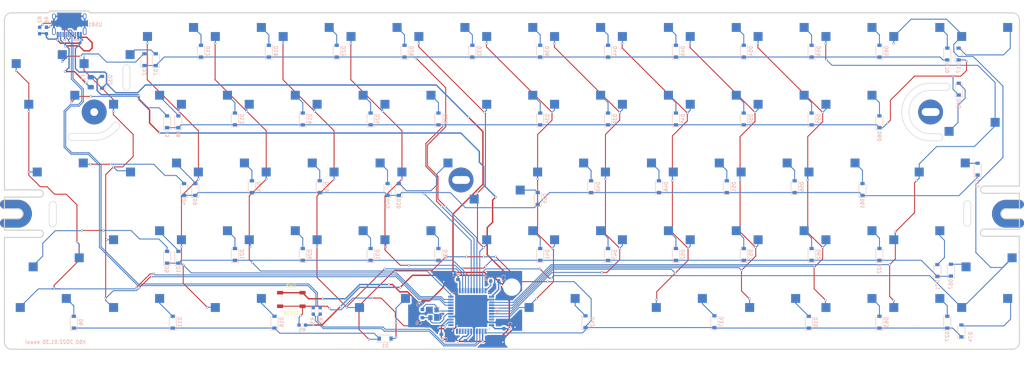
<source format=kicad_pcb>
(kicad_pcb (version 20211014) (generator pcbnew)
  (layers (0 "F.Cu" signal) (31 "B.Cu" signal) (34 "B.Paste" user) (35 "F.Paste" user) (36 "B.SilkS" user "B.Silkscreen") (37 "F.SilkS" user "F.Silkscreen") (38 "B.Mask" user) (39 "F.Mask" user) (44 "Edge.Cuts" user))
  (net 0 "")
  (net 1 "COL6")
  (net 2 "+5V")
  (net 3 "COL7")
  (net 4 "COL0")
  (net 5 "ROW0")
  (net 6 "Net-(D2-Pad2)")
  (net 7 "ROW1")
  (net 8 "Net-(D3-Pad2)")
  (net 9 "Net-(D4-Pad2)")
  (net 10 "Net-(D5-Pad2)")
  (net 11 "Net-(D6-Pad2)")
  (net 12 "Net-(D7-Pad2)")
  (net 13 "Net-(D8-Pad2)")
  (net 14 "Net-(D9-Pad2)")
  (net 15 "Net-(D11-Pad2)")
  (net 16 "Net-(D12-Pad2)")
  (net 17 "Net-(D13-Pad2)")
  (net 18 "Net-(D14-Pad2)")
  (net 19 "Net-(D15-Pad2)")
  (net 20 "Net-(D16-Pad2)")
  (net 21 "ROW2")
  (net 22 "Net-(D17-Pad2)")
  (net 23 "ROW3")
  (net 24 "Net-(D18-Pad2)")
  (net 25 "Net-(D19-Pad2)")
  (net 26 "Net-(D20-Pad2)")
  (net 27 "Net-(D21-Pad2)")
  (net 28 "Net-(D22-Pad2)")
  (net 29 "Net-(D23-Pad2)")
  (net 30 "Net-(D24-Pad2)")
  (net 31 "Net-(D25-Pad2)")
  (net 32 "Net-(D26-Pad2)")
  (net 33 "Net-(D27-Pad2)")
  (net 34 "Net-(D28-Pad2)")
  (net 35 "Net-(D29-Pad2)")
  (net 36 "Net-(D33-Pad2)")
  (net 37 "Net-(D34-Pad2)")
  (net 38 "ROW4")
  (net 39 "Net-(D35-Pad2)")
  (net 40 "Net-(D36-Pad2)")
  (net 41 "Net-(D38-Pad2)")
  (net 42 "Net-(D39-Pad2)")
  (net 43 "Net-(D40-Pad2)")
  (net 44 "Net-(D41-Pad2)")
  (net 45 "Net-(D42-Pad2)")
  (net 46 "Net-(D44-Pad2)")
  (net 47 "Net-(D45-Pad2)")
  (net 48 "Net-(D46-Pad2)")
  (net 49 "Net-(D47-Pad2)")
  (net 50 "Net-(D49-Pad2)")
  (net 51 "Net-(D50-Pad2)")
  (net 52 "Net-(D51-Pad2)")
  (net 53 "Net-(D54-Pad2)")
  (net 54 "Net-(D55-Pad2)")
  (net 55 "Net-(D56-Pad2)")
  (net 56 "Net-(D57-Pad2)")
  (net 57 "Net-(D59-Pad2)")
  (net 58 "Net-(D60-Pad2)")
  (net 59 "Net-(D61-Pad2)")
  (net 60 "Net-(D62-Pad2)")
  (net 61 "Net-(D63-Pad2)")
  (net 62 "Net-(D65-Pad2)")
  (net 63 "Net-(D66-Pad2)")
  (net 64 "Net-(D67-Pad2)")
  (net 65 "Net-(D70-Pad2)")
  (net 66 "Net-(D71-Pad2)")
  (net 67 "Net-(D72-Pad2)")
  (net 68 "Net-(D74-Pad2)")
  (net 69 "COL1")
  (net 70 "COL2")
  (net 71 "COL5")
  (net 72 "COL3")
  (net 73 "COL4")
  (net 74 "COL8")
  (net 75 "GND")
  (net 76 "D-")
  (net 77 "D+")
  (net 78 "COL9")
  (net 79 "COL10")
  (net 80 "COL11")
  (net 81 "COL12")
  (net 82 "COL13")
  (net 83 "Net-(D30-Pad2)")
  (net 84 "Net-(D31-Pad2)")
  (net 85 "Net-(D52-Pad2)")
  (net 86 "Net-(C5-Pad1)")
  (net 87 "Net-(C6-Pad1)")
  (net 88 "Net-(C7-Pad2)")
  (net 89 "Net-(R4-Pad2)")
  (net 90 "Net-(U1-Pad42)")
  (net 91 "Net-(U1-Pad18)")
  (net 92 "Net-(U1-Pad12)")
  (net 93 "Net-(U1-Pad9)")
  (net 94 "Net-(U1-Pad8)")
  (net 95 "Net-(R5-Pad1)")
  (net 96 "Net-(D1-Pad2)")
  (net 97 "Net-(D10-Pad2)")
  (net 98 "VCC")
  (net 99 "Earth")
  (net 100 "Net-(R2-Pad2)")
  (net 101 "Net-(R6-Pad2)")
  (net 102 "Net-(USB1-Pad3)")
  (net 103 "Net-(USB1-Pad9)")
  (net 104 "USB+")
  (net 105 "USB-")
  (net 106 "Net-(U1-Pad11)")
  (net 107 "Net-(U1-Pad10)")
  (net 108 "Net-(D37-Pad2)")
  (footprint "MX_Only:MXOnly-1U-Hotswap" (layer "F.Cu") (at 324.64375 238.91875)
    (fp_text reference "K_.1")
    (fp_text value "MX-NoLED")
  )
  (footprint "MX_Only:MXOnly-1U-Hotswap" (layer "F.Cu") (at 153.19375 181.76875 180)
    (fp_text reference "K_#1")
    (fp_text value "MX-NoLED")
  )
  (footprint "MX_Only:MXOnly-1U-Hotswap" (layer "F.Cu") (at 172.24375 181.76875)
    (fp_text reference "K_#2")
    (fp_text value "MX-NoLED")
  )
  (footprint "MX_Only:MXOnly-1U-Hotswap" (layer "F.Cu") (at 191.29375 181.76875)
    (fp_text reference "K_#3")
    (fp_text value "MX-NoLED")
  )
  (footprint "MX_Only:MXOnly-1U-Hotswap" (layer "F.Cu") (at 210.34375 181.76875)
    (fp_text reference "K_#4")
    (fp_text value "MX-NoLED")
  )
  (footprint "MX_Only:MXOnly-1U-Hotswap" (layer "F.Cu") (at 229.39375 181.76875)
    (fp_text reference "K_#5")
    (fp_text value "MX-NoLED")
  )
  (footprint "MX_Only:MXOnly-1U-Hotswap" (layer "F.Cu") (at 248.44375 181.76875)
    (fp_text reference "K_#6")
    (fp_text value "MX-NoLED")
  )
  (footprint "MX_Only:MXOnly-1U-Hotswap" (layer "F.Cu") (at 267.49375 181.76875)
    (fp_text reference "K_#7")
    (fp_text value "MX-NoLED")
  )
  (footprint "MX_Only:MXOnly-1U-Hotswap" (layer "F.Cu") (at 286.54375 181.76875)
    (fp_text reference "K_#8")
    (fp_text value "MX-NoLED")
  )
  (footprint "MX_Only:MXOnly-1U-Hotswap" (layer "F.Cu") (at 305.59375 181.76875)
    (fp_text reference "K_#9")
    (fp_text value "MX-NoLED")
  )
  (footprint "MX_Only:MXOnly-1U-Hotswap" (layer "F.Cu") (at 324.64375 181.76875)
    (fp_text reference "K_#0_1")
    (fp_text value "MX-NoLED")
  )
  (footprint "MX_Only:MXOnly-1U-Hotswap" (layer "F.Cu") (at 357.98125 219.86875)
    (fp_text reference "K_'1")
    (fp_text value "MX-NoLED")
  )
  (footprint "MX_Only:MXOnly-1U-Hotswap" (layer "F.Cu") (at 343.69375 181.76875)
    (fp_text reference "K_-1")
    (fp_text value "MX-NoLED")
  )
  (footprint "MX_Only:MXOnly-1U-Hotswap" (layer "F.Cu") (at 343.69375 238.91875)
    (fp_text reference "K_/1")
    (fp_text value "MX-NoLED")
  )
  (footprint "MX_Only:MXOnly-1U-Hotswap" (layer "F.Cu") (at 338.93125 219.86875)
    (fp_text reference "K_;1")
    (fp_text value "MX-NoLED")
  )
  (footprint "MX_Only:MXOnly-1U-Hotswap" (layer "F.Cu") (at 362.74375 200.81875)
    (fp_text reference "K_[1")
    (fp_text value "MX-NoLED")
  )
  (footprint "MX_Only:MXOnly-1U-Hotswap" (layer "F.Cu") (at 381.79375 238.91875)
    (fp_text reference "K_\\1")
    (fp_text value "MX-NoLED")
  )
  (footprint "MX_Only:MXOnly-1U-Hotswap" (layer "F.Cu") (at 167.48125 219.86875)
    (fp_text reference "K_A1")
    (fp_text value "MX-NoLED")
  )
  (footprint "MX_Only:MXOnly-1U-Hotswap" (layer "F.Cu") (at 238.91875 238.91875)
    (fp_text reference "K_B1")
    (fp_text value "MX-NoLED")
  )
  (footprint "MX_Only:MXOnly-1U-Hotswap" (layer "F.Cu") (at 381.79375 181.76875)
    (fp_text reference "K_SBSPC1")
    (fp_text value "MX-NoLED")
  )
  (footprint "MX_Only:MXOnly-1U-Hotswap" (layer "F.Cu") (at 200.81875 238.91875)
    (fp_text reference "K_C1")
    (fp_text value "MX-NoLED")
  )
  (footprint "MX_Only:MXOnly-1U-Hotswap" (layer "F.Cu") (at 205.58125 219.86875)
    (fp_text reference "K_D1")
    (fp_text value "MX-NoLED")
  )
  (footprint "MX_Only:MXOnly-1U-Hotswap" (layer "F.Cu") (at 200.81875 200.81875)
    (fp_text reference "K_E1")
    (fp_text value "MX-NoLED")
  )
  (footprint "MX_Only:MXOnly-2.25U-Hotswap-ReversedStabilizers" (layer "F.Cu") (at 388.9375 219.86875)
    (fp_text reference "K_ENTER1")
    (fp_text value "MX-NoLED")
  )
  (footprint "MX_Only:MXOnly-1U-Hotswap" (layer "F.Cu") (at 224.63125 219.86875)
    (fp_text reference "K_F1")
    (fp_text value "MX-NoLED")
  )
  (footprint "MX_Only:MXOnly-1U-Hotswap" (layer "F.Cu") (at 243.68125 219.86875)
    (fp_text reference "K_G1")
    (fp_text value "MX-NoLED")
  )
  (footprint "MX_Only:MXOnly-1U-Hotswap" (layer "F.Cu") (at 134.14375 181.76875 180)
    (fp_text reference "K_ESC1")
    (fp_text value "MX-NoLED")
  )
  (footprint "MX_Only:MXOnly-1U-Hotswap" (layer "F.Cu") (at 262.73125 219.86875 180)
    (fp_text reference "K_H1")
    (fp_text value "MX-NoLED")
  )
  (footprint "MX_Only:MXOnly-1U-Hotswap" (layer "F.Cu") (at 305.59375 200.81875)
    (fp_text reference "K_I1")
    (fp_text value "MX-NoLED")
  )
  (footprint "MX_Only:MXOnly-1U-Hotswap" (layer "F.Cu") (at 281.78125 219.86875)
    (fp_text reference "K_J1")
    (fp_text value "MX-NoLED")
  )
  (footprint "MX_Only:MXOnly-1U-Hotswap" (layer "F.Cu") (at 300.83125 219.86875)
    (fp_text reference "K_K1")
    (fp_text value "MX-NoLED")
  )
  (footprint "MX_Only:MXOnly-1U-Hotswap" (layer "F.Cu") (at 319.88125 219.86875)
    (fp_text reference "K_L1")
    (fp_text value "MX-NoLED")
  )
  (footprint "MX_Only:MXOnly-1.5U-Hotswap" (layer "F.Cu") (at 191.29375 257.96875)
    (fp_text reference "K_LALT1")
    (fp_text value "MX-NoLED")
  )
  (footprint "MX_Only:MXOnly-1.25U-Hotswap" (layer "F.Cu") (at 136.525 257.96875)
    (fp_text reference "K_LCTRL1")
    (fp_text value "MX-NoLED")
  )
  (footprint "MX_Only:MXOnly-1U-Hotswap" (layer "F.Cu") (at 267.49375 238.91875)
    (fp_text reference "K_N1")
    (fp_text value "MX-NoLED")
  )
  (footprint "MX_Only:MXOnly-1U-Hotswap" (layer "F.Cu") (at 324.64375 200.81875)
    (fp_text reference "K_O1")
    (fp_text value "MX-NoLED")
  )
  (footprint "MX_Only:MXOnly-1U-Hotswap" (layer "F.Cu") (at 343.69375 200.81875)
    (fp_text reference "K_P1")
    (fp_text value "MX-NoLED")
  )
  (footprint "MX_Only:MXOnly-1U-Hotswap" (layer "F.Cu") (at 219.86875 200.81875)
    (fp_text reference "K_R1")
    (fp_text value "MX-NoLED")
  )
  (footprint "MX_Only:MXOnly-1U-Hotswap" (layer "F.Cu") (at 362.74375 257.96875)
    (fp_text reference "K_RALT1")
    (fp_text value "MX-NoLED")
  )
  (footprint "MX_Only:MXOnly-1U-Hotswap" (layer "F.Cu") (at 400.84375 257.96875)
    (fp_text reference "K_RCTRL1")
    (fp_text value "MX-NoLED")
  )
  (footprint "MX_Only:MXOnly-1U-Hotswap" (layer "F.Cu") (at 400.84375 238.91875 180)
    (fp_text reference "K_SRSFT2")
    (fp_text value "MX-NoLED")
  )
  (footprint "MX_Only:MXOnly-1U-Hotswap" (layer "F.Cu") (at 186.53125 219.86875)
    (fp_text reference "K_S1")
    (fp_text value "MX-NoLED")
  )
  (footprint "MX_Only:MXOnly-1U-Hotswap" (layer "F.Cu") (at 238.91875 200.81875)
    (fp_text reference "K_T1")
    (fp_text value "MX-NoLED")
  )
  (footprint "MX_Only:MXOnly-1.5U-Hotswap" (layer "F.Cu") (at 138.90625 200.81875)
    (fp_text reference "K_TAB1")
    (fp_text value "MX-NoLED")
  )
  (footprint "MX_Only:MXOnly-1U-Hotswap" (layer "F.Cu") (at 286.54375 200.81875)
    (fp_text reference "K_U1")
    (fp_text value "MX-NoLED")
  )
  (footprint "MX_Only:MXOnly-1U-Hotswap" (layer "F.Cu") (at 219.86875 238.91875)
    (fp_text reference "K_V1")
    (fp_text value "MX-NoLED")
  )
  (footprint "MX_Only:MXOnly-1U-Hotswap" (layer "F.Cu") (at 181.76875 238.91875)
    (fp_text reference "K_X1")
    (fp_text value "MX-NoLED")
  )
  (footprint "MX_Only:MXOnly-1U-Hotswap" (layer "F.Cu") (at 267.49375 200.81875)
    (fp_text reference "K_Y1")
    (fp_text value "MX-NoLED")
  )
  (footprint "MX_Only:MXOnly-1U-Hotswap" (layer "F.Cu") (at 162.71875 238.91875)
    (fp_text reference "K_Z1")
    (fp_text value "MX-NoLED")
  )
  (footprint "MX_Only:MXOnly-1.5U-Hotswap" (layer "F.Cu") (at 162.71875 257.96875)
    (fp_text reference "K_LGUI1")
    (fp_text value "MX-NoLED")
  )
  (footprint "MX_Only:MXOnly-1U-Hotswap" (layer "F.Cu") (at 381.79375 257.96875)
    (fp_text reference "K_RGUI1")
    (fp_text value "MX-NoLED")
  )
  (footprint "MX_Only:MXOnly-1U-Hotswap" (layer "F.Cu") (at 362.74375 238.91875)
    (fp_text reference "K_SRSFT1")
    (fp_text value "MX-NoLED")
  )
  (footprint "MX_Only:MXOnly-1U-Hotswap" (layer "F.Cu") (at 181.76875 200.81875)
    (fp_text reference "K_W1")
    (fp_text value "MX-NoLED")
  )
  (footprint "MX_Only:MXOnly-1U-Hotswap" (layer "F.Cu") (at 162.71875 200.81875)
    (fp_text reference "K_Q1")
    (fp_text value "MX-NoLED")
  )
  (footprint "MX_Only:MXOnly-1.75U-Hotswap" (layer "F.Cu") (at 141.2875 219.86875)
    (fp_text reference "K_CAPS1")
    (fp_text value "MX-LED")
  )
  (footprint "Button_Switch_SMD:SW_SPST_TL3342" (layer "F.Cu") (at 205.54375 253.16875)
    (fp_text reference "SW1")
    (fp_text value "SW_Push")
  )
  (footprint "MX_Only:MXOnly-2.75U-Hotswap-ReversedStabilizers" (layer "F.Cu") (at 231.775 257.96875)
    (fp_text reference "K_NFER1")
    (fp_text value "MX-NoLED")
  )
  (footprint "MX_Only:MXOnly-1.25U-Hotswap" (layer "F.Cu") (at 341.3125 257.96875)
    (fp_text reference "K_XFER1")
    (fp_text value "MX-NoLED")
  )
  (footprint "locallib:60_Outline-Modded-Extreme" (layer "F.Cu") (at 267.49375 219.86875)
    (fp_text reference "REF**" hide)
    (fp_text value "60_Outline" hide)
    (fp_line (start 138.7 10.6) (end 142.5 10.6) (layer "Edge.Cuts") (width 0.3))
    (fp_line (start 132.588 3.4544) (end 142.494 3.4544) (layer "Edge.Cuts") (width 0.3))
    (fp_line (start -140.5 47.3) (end 140.5 47.3) (layer "Edge.Cuts") (width 0.3))
    (fp_line (start 138.7 7.8) (end 142.5 7.8) (layer "Edge.Cuts") (width 0.3))
    (fp_line (start -142.5 45.3) (end -142.494 15.8496) (layer "Edge.Cuts") (width 0.3))
    (fp_line (start 142.494 13.5128) (end 132.5372 13.5128) (layer "Edge.Cuts") (width 0.3))
    (fp_line (start 132.5372 15.5448) (end 142.4432 15.5448) (layer "Edge.Cuts") (width 0.3))
    (fp_line (start -140.5 -47.3) (end -130.3 -47.3) (layer "Edge.Cuts") (width 0.3))
    (fp_line (start 142.5 1.4224) (end 142.5 -45.3) (layer "Edge.Cuts") (width 0.3))
    (fp_line (start -132.588 2.4892) (end -142.494 2.4892) (layer "Edge.Cuts") (width 0.3))
    (fp_line (start 142.5 7.8) (end 142.494 3.4544) (layer "Edge.Cuts") (width 0.3))
    (fp_line (start -142.494 4.5212) (end -132.588 4.5212) (layer "Edge.Cuts") (width 0.3))
    (fp_line (start -142.5 10.6) (end -138.7 10.6) (layer "Edge.Cuts") (width 0.3))
    (fp_line (start 142.5 1.4224) (end 132.588 1.4224) (layer "Edge.Cuts") (width 0.3))
    (fp_line (start 142.4432 15.5448) (end 142.5 45.3) (layer "Edge.Cuts") (width 0.3))
    (fp_line (start 142.5 10.6) (end 142.494 13.5128) (layer "Edge.Cuts") (width 0.3))
    (fp_line (start -142.494 2.4892) (end -142.5 -45.3) (layer "Edge.Cuts") (width 0.3))
    (fp_line (start -142.494 15.8496) (end -132.588 15.8496) (layer "Edge.Cuts") (width 0.3))
    (fp_line (start -138.7 7.8) (end -142.5 7.8) (layer "Edge.Cuts") (width 0.3))
    (fp_line (start -129.8 -47.8) (end -118.8 -47.8) (layer "Edge.Cuts") (width 0.3))
    (fp_line (start 140.5 -47.3) (end -118.3 -47.3) (layer "Edge.Cuts") (width 0.3))
    (fp_line (start -142.5 10.6) (end -142.494 13.8176) (layer "Edge.Cuts") (width 0.3))
    (fp_line (start -142.494 4.5212) (end -142.5 7.8) (layer "Edge.Cuts") (width 0.3))
    (fp_line (start -132.588 13.8176) (end -142.494 13.8176) (layer "Edge.Cuts") (width 0.3))
    (fp_arc (start -140.5 47.3) (mid -141.914214 46.714214) (end -142.5 45.3) (layer "Edge.Cuts") (width 0.3))
    (fp_arc (start -138.7 7.8) (mid -137.710051 8.210051) (end -137.3 9.2) (layer "Edge.Cuts") (width 0.3))
    (fp_arc (start -137.3 9.2) (mid -137.710051 10.189949) (end -138.7 10.6) (layer "Edge.Cuts") (width 0.3))
    (fp_arc (start 132.5372 15.5448) (mid 131.5212 14.5288) (end 132.5372 13.5128) (layer "Edge.Cuts") (width 0.3))
    (fp_arc (start -129.8 -47.8) (mid -129.946447 -47.446447) (end -130.3 -47.3) (layer "Edge.Cuts") (width 0.3))
    (fp_arc (start -142.5 -45.3) (mid -141.914214 -46.714214) (end -140.5 -47.3) (layer "Edge.Cuts") (width 0.3))
    (fp_arc (start -118.3 -47.3) (mid -118.653553 -47.446447) (end -118.8 -47.8) (layer "Edge.Cuts") (width 0.3))
    (fp_arc (start 138.7 10.6) (mid 137.710051 10.189949) (end 137.3 9.2) (layer "Edge.Cuts") (width 0.3))
    (fp_arc (start -132.588 2.4892) (mid -131.572 3.5052) (end -132.588 4.5212) (layer "Edge.Cuts") (width 0.3))
    (fp_arc (start 137.3 9.2) (mid 137.710051 8.210051) (end 138.7 7.8) (layer "Edge.Cuts") (width 0.3))
    (fp_arc (start 132.588 3.4544) (mid 131.572 2.4384) (end 132.588 1.4224) (layer "Edge.Cuts") (width 0.3))
    (fp_arc (start 142.5 45.3) (mid 141.914214 46.714214) (end 140.5 47.3) (layer "Edge.Cuts") (width 0.3))
    (fp_arc (start 140.5 -47.3) (mid 141.914214 -46.714214) (end 142.5 -45.3) (layer "Edge.Cuts") (width 0.3))
    (fp_arc (start -132.588 13.8176) (mid -131.572 14.8336) (end -132.588 15.8496) (layer "Edge.Cuts") (width 0.3))
  )
  (footprint "MX_Only:MXOnly-1U-Hotswap" (layer "F.Cu") (at 362.74375 181.76875)
    (fp_text reference "K_=1")
    (fp_text value "MX-NoLED")
  )
  (footprint "MX_Only:MXOnly-1.5U-Hotswap" (layer "F.Cu") (at 315.11875 257.96875)
    (fp_text reference "K_SPC2")
    (fp_text value "MX-NoLED")
  )
  (footprint "MX_Only:MXOnly-2.25U-Hotswap-ReversedStabilizers" (layer "F.Cu") (at 279.4 257.96875)
    (fp_text reference "K_SPC1")
    (fp_text value "MX-NoLED")
  )
  (footprint "MX_Only:MXOnly-1.5U-Hotswap" (layer "F.Cu") (at 396.08125 200.81875 180)
    (fp_text reference "K_]1")
    (fp_text value "MX-NoLED")
  )
  (footprint "MX_Only:MXOnly-1.5U-Hotswap" (layer "F.Cu") (at 138.90625 238.91875 180)
    (fp_text reference "K_LSFT1")
    (fp_text value "MX-NoLED")
  )
  (footprint "MX_Only:MXOnly-1U-Hotswap" (layer "F.Cu") (at 286.54375 238.91875)
    (fp_text reference "K_M1")
    (fp_text value "MX-NoLED")
  )
  (footprint "MX_Only:MXOnly-1U-Hotswap" (layer "F.Cu") (at 305.59375 238.91875)
    (fp_text reference "K_,1")
    (fp_text value "MX-NoLED")
  )
  (footprint "MX_Only:MXOnly-1U-Hotswap" (layer "F.Cu") (at 400.84375 181.76875)
    (fp_text reference "K_SBSPC2")
    (fp_text value "MX-NoLED")
  )
  (footprint "Diode_SMD:D_SOD-123" (layer "B.Cu") (at 164.30625 185.7375 90)
    (fp_text reference "D2")
    (fp_text value "SOD-123")
  )
  (footprint "Diode_SMD:D_SOD-123" (layer "B.Cu") (at 170.65625 203.2 90)
    (fp_text reference "D3")
    (fp_text value "SOD-123")
  )
  (footprint "Diode_SMD:D_SOD-123" (layer "B.Cu") (at 175.41875 222.25 90)
    (fp_text reference "D4")
    (fp_text value "SOD-123")
  )
  (footprint "Diode_SMD:D_SOD-123" (layer "B.Cu") (at 170.65625 241.3 90)
    (fp_text reference "D5")
    (fp_text value "SOD-123")
  )
  (footprint "Diode_SMD:D_SOD-123" (layer "B.Cu") (at 144.4625 259.55625 90)
    (fp_text reference "D6")
    (fp_text value "SOD-123")
  )
  (footprint "Diode_SMD:D_SOD-123" (layer "B.Cu") (at 173.83125 203.2 90)
    (fp_text reference "D8")
    (fp_text value "SOD-123")
  )
  (footprint "Diode_SMD:D_SOD-123" (layer "B.Cu") (at 180.18125 183.35625 90)
    (fp_text reference "D12")
    (fp_text value "SOD-123")
  )
  (footprint "Diode_SMD:D_SOD-123" (layer "B.Cu") (at 194.46875 221.45625 90)
    (fp_text reference "D14")
    (fp_text value "SOD-123")
  )
  (footprint "Diode_SMD:D_SOD-123" (layer "B.Cu") (at 173.83125 241.3 90)
    (fp_text reference "D15")
    (fp_text value "SOD-123")
  )
  (footprint "Diode_SMD:D_SOD-123" (layer "B.Cu") (at 200.81875 259.55625 90)
    (fp_text reference "D16")
    (fp_text value "SOD-123")
  )
  (footprint "Diode_SMD:D_SOD-123" (layer "B.Cu") (at 199.23125 183.35625 90)
    (fp_text reference "D18")
    (fp_text value "SOD-123")
  )
  (footprint "Diode_SMD:D_SOD-123" (layer "B.Cu") (at 208.75625 202.40625 90)
    (fp_text reference "D19")
    (fp_text value "SOD-123")
  )
  (footprint "Diode_SMD:D_SOD-123" (layer "B.Cu") (at 213.51875 221.45625 90)
    (fp_text reference "D20")
    (fp_text value "SOD-123")
  )
  (footprint "Diode_SMD:D_SOD-123" (layer "B.Cu") (at 189.70625 240.50625 90)
    (fp_text reference "D21")
    (fp_text value "SOD-123")
  )
  (footprint "Diode_SMD:D_SOD-123" (layer "B.Cu") (at 218.28125 183.35625 90)
    (fp_text reference "D23")
    (fp_text value "SOD-123")
  )
  (footprint "Diode_SMD:D_SOD-123" (layer "B.Cu") (at 227.80625 202.40625 90)
    (fp_text reference "D24")
    (fp_text value "SOD-123")
  )
  (footprint "Diode_SMD:D_SOD-123" (layer "B.Cu") (at 232.56875 222.25 90)
    (fp_text reference "D25")
    (fp_text value "SOD-123")
  )
  (footprint "Diode_SMD:D_SOD-123" (layer "B.Cu") (at 208.75625 240.50625 90)
    (fp_text reference "D26")
    (fp_text value "SOD-123")
  )
  (footprint "Diode_SMD:D_SOD-123" (layer "B.Cu") (at 237.33125 183.35625 90)
    (fp_text reference "D28")
    (fp_text value "SOD-123")
  )
  (footprint "Diode_SMD:D_SOD-123" (layer "B.Cu") (at 246.85625 202.40625 90)
    (fp_text reference "D29")
    (fp_text value "SOD-123")
  )
  (footprint "Diode_SMD:D_SOD-123" (layer "B.Cu") (at 227.80625 240.50625 90)
    (fp_text reference "D31")
    (fp_text value "SOD-123")
  )
  (footprint "Diode_SMD:D_SOD-123" (layer "B.Cu") (at 256.38125 183.35625 90)
    (fp_text reference "D33")
    (fp_text value "SOD-123")
  )
  (footprint "Diode_SMD:D_SOD-123" (layer "B.Cu") (at 275.43125 202.40625 90)
    (fp_text reference "D34")
    (fp_text value "SOD-123")
  )
  (footprint "Diode_SMD:D_SOD-123" (layer "B.Cu") (at 274.74375 224.76875 90)
    (fp_text reference "D35")
    (fp_text value "SOD-123")
  )
  (footprint "Diode_SMD:D_SOD-123" (layer "B.Cu") (at 246.85625 240.50625 90)
    (fp_text reference "D36")
    (fp_text value "SOD-123")
  )
  (footprint "Diode_SMD:D_SOD-123" (layer "B.Cu") (at 275.43125 183.35625 90)
    (fp_text reference "D38")
    (fp_text value "SOD-123")
  )
  (footprint "Diode_SMD:D_SOD-123" (layer "B.Cu") (at 294.48125 202.40625 90)
    (fp_text reference "D39")
    (fp_text value "SOD-123")
  )
  (footprint "Diode_SMD:D_SOD-123" (layer "B.Cu") (at 289.71875 221.45625 90)
    (fp_text reference "D40")
    (fp_text value "SOD-123")
  )
  (footprint "Diode_SMD:D_SOD-123" (layer "B.Cu") (at 288.14375 259.41875 90)
    (fp_text reference "D42")
    (fp_text value "SOD-123")
  )
  (footprint "Diode_SMD:D_SOD-123" (layer "B.Cu") (at 294.48125 183.35625 90)
    (fp_text reference "D44")
    (fp_text value "SOD-123")
  )
  (footprint "Diode_SMD:D_SOD-123" (layer "B.Cu") (at 313.53125 202.40625 90)
    (fp_text reference "D45")
    (fp_text value "SOD-123")
  )
  (footprint "Diode_SMD:D_SOD-123" (layer "B.Cu") (at 308.76875 221.45625 90)
    (fp_text reference "D46")
    (fp_text value "SOD-123")
  )
  (footprint "Diode_SMD:D_SOD-123" (layer "B.Cu") (at 313.53125 183.35625 90)
    (fp_text reference "D49")
    (fp_text value "SOD-123")
  )
  (footprint "Diode_SMD:D_SOD-123" (layer "B.Cu") (at 332.58125 202.40625 90)
    (fp_text reference "D50")
    (fp_text value "SOD-123")
  )
  (footprint "Diode_SMD:D_SOD-123" (layer "B.Cu") (at 327.81875 221.45625 90)
    (fp_text reference "D51")
    (fp_text value "SOD-123")
  )
  (footprint "Diode_SMD:D_SOD-123" (layer "B.Cu") (at 332.58125 183.35625 90)
    (fp_text reference "D54")
    (fp_text value "SOD-123")
  )
  (footprint "Diode_SMD:D_SOD-123" (layer "B.Cu") (at 351.63125 202.40625 90)
    (fp_text reference "D55")
    (fp_text value "SOD-123")
  )
  (footprint "Diode_SMD:D_SOD-123" (layer "B.Cu") (at 346.86875 221.45625 90)
    (fp_text reference "D56")
    (fp_text value "SOD-123")
  )
  (footprint "Diode_SMD:D_SOD-123" (layer "B.Cu") (at 351.63125 183.35625 90)
    (fp_text reference "D59")
    (fp_text value "SOD-123")
  )
  (footprint "Diode_SMD:D_SOD-123" (layer "B.Cu") (at 370.68125 203.2 90)
    (fp_text reference "D60")
    (fp_text value "SOD-123")
  )
  (footprint "Diode_SMD:D_SOD-123" (layer "B.Cu") (at 365.91875 222.25 90)
    (fp_text reference "D61")
    (fp_text value "SOD-123")
  )
  (footprint "Diode_SMD:D_SOD-123" (layer "B.Cu") (at 370.68125 259.55625 90)
    (fp_text reference "D63")
    (fp_text value "SOD-123")
  )
  (footprint "Diode_SMD:D_SOD-123" (layer "B.Cu") (at 392.94375 194.01875 90)
    (fp_text reference "D66")
    (fp_text value "SOD-123")
  )
  (footprint "Diode_SMD:D_SOD-123" (layer "B.Cu") (at 390.74375 244.91875 90)
    (fp_text reference "D67")
    (fp_text value "SOD-123")
  )
  (footprint "Diode_SMD:D_SOD-123" (layer "B.Cu") (at 386.94375 245.01875 90)
    (fp_text reference "D71")
    (fp_text value "SOD-123")
  )
  (footprint "Diode_SMD:D_SOD-123" (layer "B.Cu") (at 398.24375 216.51875 90)
    (fp_text reference "D72")
    (fp_text value "SOD-123")
  )
  (footprint "Diode_SMD:D_SOD-123" (layer "B.Cu") (at 393.7 262 90)
    (fp_text reference "D74")
    (fp_text value "SOD-123")
  )
  (footprint "Diode_SMD:D_SOD-123" (layer "B.Cu") (at 389.73125 184.15 90)
    (fp_text reference "D70")
    (fp_text value "SOD-123")
  )
  (footprint "Diode_SMD:D_SOD-123" (layer "B.Cu") (at 370.68125 183.35625 90)
    (fp_text reference "D65")
    (fp_text value "SOD-123")
  )
  (footprint "Diode_SMD:D_SOD-123" (layer "B.Cu") (at 172.24375 259.55625 90)
    (fp_text reference "D11")
    (fp_text value "SOD-123")
  )
  (footprint "Diode_SMD:D_SOD-123" (layer "B.Cu") (at 392.90625 184.15 90)
    (fp_text reference "D17")
    (fp_text value "SOD-123")
  )
  (footprint "Diode_SMD:D_SOD-123" (layer "B.Cu") (at 389.73125 259.55625 90)
    (fp_text reference "D27")
    (fp_text value "SOD-123")
  )
  (footprint "Resistor_SMD:R_0603_1608Metric_Pad0.98x0.95mm_HandSolder" (layer "B.Cu") (at 261.54375 247.05625 -90)
    (fp_text reference "R4")
    (fp_text value "1k")
  )
  (footprint "Resistor_SMD:R_0603_1608Metric_Pad0.98x0.95mm_HandSolder" (layer "B.Cu") (at 208.63125 260.36875)
    (fp_text reference "R5")
    (fp_text value "10k")
  )
  (footprint "Diode_SMD:D_SOD-123" (layer "B.Cu") (at 189.70625 202.40625 90)
    (fp_text reference "D13")
    (fp_text value "SOD-123")
  )
  (footprint "Diode_SMD:D_SOD-123" (layer "B.Cu") (at 231.89375 264.16875)
    (fp_text reference "D1")
    (fp_text value "SOD-123")
  )
  (footprint "Diode_SMD:D_SOD-123" (layer "B.Cu") (at 350.8375 259.55625 90)
    (fp_text reference "D10")
    (fp_text value "SOD-123")
  )
  (footprint "Diode_SMD:D_SOD-123" (layer "B.Cu") (at 235.74375 222.25 90)
    (fp_text reference "D30")
    (fp_text value "SOD-123")
  )
  (footprint "Diode_SMD:D_SOD-123" (layer "B.Cu") (at 178.59375 222.25 90)
    (fp_text reference "D9")
    (fp_text value "SOD-123")
  )
  (footprint "Diode_SMD:D_SOD-123" (layer "B.Cu") (at 152.4 192.0875 90)
    (fp_text reference "D32")
    (fp_text value "SMF6.0CA")
  )
  (footprint "Fuse:Fuse_1206_3216Metric" (layer "B.Cu") (at 149.225 192.0875 -90)
    (fp_text reference "F1")
    (fp_text value "Polyfuse_Small")
  )
  (footprint "Resistor_SMD:R_0603_1608Metric_Pad0.98x0.95mm_HandSolder" (layer "B.Cu") (at 134.874 177.546 90)
    (fp_text reference "R2")
    (fp_text value "5.1k")
  )
  (footprint "Resistor_SMD:R_0603_1608Metric_Pad0.98x0.95mm_HandSolder" (layer "B.Cu") (at 136.779 177.546 90)
    (fp_text reference "R6")
    (fp_text value "5.1k")
  )
  (footprint "Type-C:HRO-TYPE-C-31-M-12-Assembly" (layer "B.Cu") (at 143.1925 170.9674)
    (fp_text reference "USB1")
    (fp_text value "HRO-TYPE-C-31-M-12")
  )
  (footprint "Crystal:Crystal_SMD_3225-4Pin_3.2x2.5mm" (layer "B.Cu") (at 245.45 257.2 -90)
    (fp_text reference "Y1")
    (fp_text value "16MHz")
  )
  (footprint "Capacitor_SMD:C_0603_1608Metric_Pad1.08x0.95mm_HandSolder" (layer "B.Cu") (at 241.4625 258.3 180)
    (fp_text reference "C6")
    (fp_text value "22pF")
  )
  (footprint "Capacitor_SMD:C_0603_1608Metric_Pad1.08x0.95mm_HandSolder" (layer "B.Cu") (at 265.25 260.5125 90)
    (fp_text reference "C4")
    (fp_text value "10uF")
  )
  (footprint "Capacitor_SMD:C_0603_1608Metric_Pad1.08x0.95mm_HandSolder" (layer "B.Cu") (at 263.74375 247.10625 90)
    (fp_text reference "C2")
    (fp_text value "0.1uF")
  )
  (footprint "Capacitor_SMD:C_0603_1608Metric_Pad1.08x0.95mm_HandSolder" (layer "B.Cu") (at 248.54375 262.96875)
    (fp_text reference "C3")
    (fp_text value "0.1uF")
  )
  (footprint "Capacitor_SMD:C_0603_1608Metric_Pad1.08x0.95mm_HandSolder" (layer "B.Cu") (at 241.4875 256 180)
    (fp_text reference "C5")
    (fp_text value "22pF")
  )
  (footprint "Diode_SMD:D_SOD-123" (layer "B.Cu") (at 167.48125 185.7375 90)
    (fp_text reference "D7")
    (fp_text value "SOD-123")
  )
  (footprint "Resistor_SMD:R_0603_1608Metric_Pad0.98x0.95mm_HandSolder" (layer "B.Cu") (at 213.64575 256.38125 90)
    (fp_text reference "R1")
    (fp_text value "22")
  )
  (footprint "Resistor_SMD:R_0603_1608Metric_Pad0.98x0.95mm_HandSolder" (layer "B.Cu") (at 211.709 256.38125 90)
    (fp_text reference "R3")
    (fp_text value "22")
  )
  (footprint "Package_QFP:TQFP-44_10x10mm_P0.8mm" (layer "B.Cu") (at 256.05 256.4 90)
    (fp_text reference "U1")
    (fp_text value "ATmega32U4-AU")
  )
  (footprint "Capacitor_SMD:C_0603_1608Metric_Pad1.08x0.95mm_HandSolder" (layer "B.Cu") (at 251.48125 247.56875 180)
    (fp_text reference "C1")
    (fp_text value "0.1uF")
  )
  (footprint "Capacitor_SMD:C_0603_1608Metric_Pad1.08x0.95mm_HandSolder" (layer "B.Cu") (at 255.28125 264.76875 180)
    (fp_text reference "C7")
    (fp_text value "1uF")
  )
  (footprint "Diode_SMD:D_SOD-123" (layer "B.Cu") (at 324.34375 259.41875 90)
    (fp_text reference "D37")
    (fp_text value "SOD-123")
  )
  (footprint "Diode_SMD:D_SOD-123" (layer "B.Cu") (at 332.58125 240.50625 90)
    (fp_text reference "D57")
    (fp_text value "SOD-123")
  )
  (footprint "Diode_SMD:D_SOD-123" (layer "B.Cu") (at 351.63125 240.50625 90)
    (fp_text reference "D62")
    (fp_text value "SOD-123")
  )
  (footprint "Diode_SMD:D_SOD-123" (layer "B.Cu") (at 294.48125 240.50625 90)
    (fp_text reference "D47")
    (fp_text value "SOD-123")
  )
  (footprint "Diode_SMD:D_SOD-123" (layer "B.Cu") (at 275.43125 240.50625 90)
    (fp_text reference "D41")
    (fp_text value "SOD-123")
  )
  (footprint "Diode_SMD:D_SOD-123" (layer "B.Cu") (at 370.68125 240.50625 90)
    (fp_text reference "D22")
    (fp_text value "SOD-123")
  )
  (footprint "Diode_SMD:D_SOD-123" (layer "B.Cu") (at 313.53125 240.50625 90)
    (fp_text reference "D52")
    (fp_text value "SOD-123")
  )
  (gr_arc (start 385.04375 206.56875) (mid 378.94375 200.46875) (end 385.04375 194.36875) (layer "Edge.Cuts") (width 0.15))
  (gr_line (start 385.04375 206.56875) (end 387.44375 206.56875) (layer "Edge.Cuts") (width 0.15))
  (gr_arc (start 158.24375 188.16875) (mid 159.24375 187.16875) (end 160.24375 188.16875) (layer "Edge.Cuts") (width 0.15))
  (gr_arc (start 385.04375 208.56875) (mid 376.94375 200.46875) (end 385.04375 192.36875) (layer "Edge.Cuts") (width 0.15))
  (gr_arc (start 157.04375 204.96875) (mid 154.03533 207.479535) (end 150.24375 208.46875) (layer "Edge.Cuts") (width 0.15))
  (gr_arc (start 396.34375 231.56875) (mid 395.34375 232.56875) (end 394.34375 231.56875) (layer "Edge.Cuts") (width 0.15))
  (gr_arc (start 139.54375 231.76875) (mid 138.54375 232.76875) (end 137.54375 231.76875) (layer "Edge.Cuts") (width 0.15))
  (gr_arc (start 155.54375 203.56875) (mid 153.286454 205.736451) (end 150.24375 206.46875) (layer "Edge.Cuts") (width 0.15))
  (gr_arc (start 389.44375 192.36875) (mid 390.44375 193.36875) (end 389.44375 194.36875) (layer "Edge.Cuts") (width 0.15))
  (gr_line (start 385.04375 194.36875) (end 389.44375 194.36875) (layer "Edge.Cuts") (width 0.15))
  (gr_line (start 139.54375 226.56875) (end 139.54375 231.76875) (layer "Edge.Cuts") (width 0.15))
  (gr_arc (start 143.84375 208.46875) (mid 142.84375 207.46875) (end 143.84375 206.46875) (layer "Edge.Cuts") (width 0.15))
  (gr_line (start 385.04375 192.36875) (end 389.44375 192.36875) (layer "Edge.Cuts") (width 0.15))
  (gr_line (start 385.04375 208.56875) (end 387.44375 208.56875) (layer "Edge.Cuts") (width 0.15))
  (gr_arc (start 155.54375 203.56875) (mid 156.965161 203.54938) (end 157.04375 204.96875) (layer "Edge.Cuts") (width 0.15))
  (gr_arc (start 394.34375 226.36875) (mid 395.34375 225.36875) (end 396.34375 226.36875) (layer "Edge.Cuts") (width 0.15))
  (gr_line (start 150.24375 208.46875) (end 143.84375 208.46875) (layer "Edge.Cuts") (width 0.15))
  (gr_line (start 396.34375 226.36875) (end 396.34375 231.56875) (layer "Edge.Cuts") (width 0.15))
  (gr_arc (start 387.44375 206.56875) (mid 388.44375 207.56875) (end 387.44375 208.56875) (layer "Edge.Cuts") (width 0.15))
  (gr_arc (start 160.24375 193.36875) (mid 159.24375 194.36875) (end 158.24375 193.36875) (layer "Edge.Cuts") (width 0.15))
  (gr_line (start 394.34375 226.36875) (end 394.34375 231.56875) (layer "Edge.Cuts") (width 0.15))
  (gr_line (start 137.54375 226.56875) (end 137.54375 231.76875) (layer "Edge.Cuts") (width 0.15))
  (gr_line (start 160.24375 188.16875) (end 160.24375 193.36875) (layer "Edge.Cuts") (width 0.15))
  (gr_line (start 158.24375 188.16875) (end 158.24375 193.36875) (layer "Edge.Cuts") (width 0.15))
  (gr_arc (start 137.54375 226.56875) (mid 138.54375 225.56875) (end 139.54375 226.56875) (layer "Edge.Cuts") (width 0.15))
  (gr_line (start 150.24375 206.46875) (end 143.84375 206.46875) (layer "Edge.Cuts") (width 0.15))
  (gr_text "X60 2022.01.30 eswai\n" (at 139.319 265.1125) (layer "B.SilkS") (effects (font (size 1 1)) (justify mirror)))
  (gr_text "RESET" (at 205.54375 257.06875) (layer "F.SilkS") (effects (font (size 1 1))))
  (segment (start 259.54375 238.56875) (end 257.816317 236.841317) (width 0.254) (layer "F.Cu") (net 1))
  (segment (start 260.043749 200.868749) (end 260.043749 221.013885) (width 0.254) (layer "F.Cu") (net 1))
  (segment (start 259.74375 200.56875) (end 260.043749 200.868749) (width 0.254) (layer "F.Cu") (net 1))
  (segment (start 241.3 181.229) (end 241.3 182.125) (width 0.254) (layer "F.Cu") (net 1))
  (segment (start 257.816317 236.841317) (end 257.816317 223.241317) (width 0.254) (layer "F.Cu") (net 1))
  (segment (start 241.3 182.125) (end 259.74375 200.56875) (width 0.254) (layer "F.Cu") (net 1))
  (segment (start 260.043749 221.013885) (end 257.816317 223.241317) (width 0.254) (layer "F.Cu") (net 1))
  (via (at 241.3 181.229) (size 0.6) (drill 0.4) (layers "F.Cu" "B.Cu") (net 1))
  (via (at 259.54375 238.56875) (size 0.6) (drill 0.4) (layers "F.Cu" "B.Cu") (net 1))
  (via (at 257.816317 223.241317) (size 0.6) (drill 0.4) (layers "F.Cu" "B.Cu") (net 1))
  (via (at 259.74375 200.56875) (size 0.6) (drill 0.4) (layers "F.Cu" "B.Cu") (net 1))
  (segment (start 259.54375 238.56875) (end 258.45 239.6625) (width 0.254) (layer "B.Cu") (net 1))
  (segment (start 241.35875 181.17025) (end 241.3 181.229) (width 0.254) (layer "B.Cu") (net 1))
  (segment (start 256.88925 224.94875) (end 257.816317 224.021683) (width 0.254) (layer "B.Cu") (net 1))
  (segment (start 259.74375 200.56875) (end 260.34375 199.96875) (width 0.254) (layer "B.Cu") (net 1))
  (segment (start 260.34375 198.34375) (end 260.40875 198.27875) (width 0.254) (layer "B.Cu") (net 1))
  (segment (start 258.45 239.6625) (end 258.45 250.7) (width 0.254) (layer "B.Cu") (net 1))
  (segment (start 260.34375 199.96875) (end 260.34375 198.34375) (width 0.254) (layer "B.Cu") (net 1))
  (segment (start 241.35875 179.22875) (end 241.35875 181.17025) (width 0.254) (layer "B.Cu") (net 1))
  (segment (start 259.54375 238.56875) (end 260.40875 237.70375) (width 0.254) (layer "B.Cu") (net 1))
  (segment (start 257.816317 224.021683) (end 257.816317 223.241317) (width 0.254) (layer "B.Cu") (net 1))
  (segment (start 260.40875 237.70375) (end 260.40875 236.37875) (width 0.254) (layer "B.Cu") (net 1))
  (segment (start 165.74375 203.568754) (end 168.54375 206.368754) (width 0.381) (layer "F.Cu") (net 2))
  (segment (start 263.14375 264.96875) (end 266.74375 261.36875) (width 0.381) (layer "F.Cu") (net 2))
  (segment (start 265.14375 248.56875) (end 264.54375 249.16875) (width 0.381) (layer "F.Cu") (net 2))
  (segment (start 162.779055 196.963555) (end 165.74375 199.92825) (width 0.381) (layer "F.Cu") (net 2))
  (segment (start 260.54375 232.96875) (end 260.54375 240.56875) (width 0.381) (layer "F.Cu") (net 2))
  (segment (start 262.059551 225.252949) (end 262.059551 231.452949) (width 0.381) (layer "F.Cu") (net 2))
  (segment (start 236.14375 249.76875) (end 239.54375 246.36875) (width 0.381) (layer "F.Cu") (net 2))
  (segment (start 214.143746 260.36875) (end 219.343746 255.16875) (width 0.381) (layer "F.Cu") (net 2))
  (segment (start 259.34375 264.96875) (end 263.14375 264.96875) (width 0.381) (layer "F.Cu") (net 2))
  (segment (start 211.74375 260.36875) (end 214.143746 260.36875) (width 0.381) (layer "F.Cu") (net 2))
  (segment (start 262.94375 224.36875) (end 262.059551 225.252949) (width 0.381) (layer "F.Cu") (net 2))
  (segment (start 162.779055 195.833445) (end 162.779055 196.963555) (width 0.381) (layer "F.Cu") (net 2))
  (segment (start 262.059551 231.452949) (end 260.54375 232.96875) (width 0.381) (layer "F.Cu") (net 2))
  (segment (start 265.14375 245.16875) (end 265.14375 248.56875) (width 0.381) (layer "F.Cu") (net 2))
  (segment (start 264.54375 251.36875) (end 264.54375 249.16875) (width 0.381) (layer "F.Cu") (net 2))
  (segment (start 260.54375 240.56875) (end 265.14375 245.16875) (width 0.381) (layer "F.Cu") (net 2))
  (segment (start 248.14375 264.36875) (end 251.74375 264.36875) (width 0.381) (layer "F.Cu") (net 2))
  (segment (start 266.74375 253.56875) (end 264.54375 251.36875) (width 0.381) (layer "F.Cu") (net 2))
  (segment (start 239.54375 246.36875) (end 252.54375 246.36875) (width 0.381) (layer "F.Cu") (net 2))
  (segment (start 266.74375 261.36875) (end 266.74375 253.56875) (width 0.381) (layer "F.Cu") (net 2))
  (segment (start 252.34375 264.96875) (end 259.34375 264.96875) (width 0.381) (layer "F.Cu") (net 2))
  (segment (start 165.74375 199.92825) (end 165.74375 203.568754) (width 0.381) (layer "F.Cu") (net 2))
  (segment (start 264.54375 249.16875) (end 264.54375 248.96875) (width 0.381) (layer "F.Cu") (net 2))
  (segment (start 261.94375 246.36875) (end 252.54375 246.36875) (width 0.381) (layer "F.Cu") (net 2))
  (segment (start 264.54375 248.96875) (end 261.94375 246.36875) (width 0.381) (layer "F.Cu") (net 2))
  (segment (start 251.74375 264.36875) (end 252.34375 264.96875) (width 0.381) (layer "F.Cu") (net 2))
  (via (at 259.34375 264.96875) (size 0.6) (drill 0.4) (layers "F.Cu" "B.Cu") (net 2))
  (via (at 248.14375 264.36875) (size 0.6) (drill 0.4) (layers "F.Cu" "B.Cu") (net 2))
  (via (at 236.14375 249.76875) (size 0.6) (drill 0.4) (layers "F.Cu" "B.Cu") (net 2))
  (via (at 219.343746 255.16875) (size 0.6) (drill 0.4) (layers "F.Cu" "B.Cu") (net 2))
  (via (at 162.779055 195.833445) (size 0.6) (drill 0.4) (layers "F.Cu" "B.Cu") (net 2))
  (via (at 168.54375 206.368754) (size 0.6) (drill 0.4) (layers "F.Cu" "B.Cu") (net 2))
  (via (at 252.54375 246.36875) (size 0.6) (drill 0.4) (layers "F.Cu" "B.Cu") (net 2))
  (via (at 262.94375 224.36875) (size 0.6) (drill 0.4) (layers "F.Cu" "B.Cu") (net 2))
  (via (at 211.74375 260.36875) (size 0.6) (drill 0.4) (layers "F.Cu" "B.Cu") (net 2))
  (via (at 252.34375 264.96875) (size 0.6) (drill 0.4) (layers "F.Cu" "B.Cu") (net 2))
  (via (at 266.74375 261.36875) (size 0.6) (drill 0.4) (layers "F.Cu" "B.Cu") (net 2))
  (via (at 264.54375 249.16875) (size 0.6) (drill 0.4) (layers "F.Cu" "B.Cu") (net 2))
  (segment (start 152.15918 195.59318) (end 151.003 194.437) (width 0.381) (layer "B.Cu") (net 2))
  (segment (start 249.462058 258.8) (end 250.35 258.8) (width 0.381) (layer "B.Cu") (net 2))
  (segment (start 259.54375 215.76875) (end 259.54375 220.96875) (width 0.381) (layer "B.Cu") (net 2))
  (segment (start 266.74375 261.36875) (end 265.25625 261.36875) (width 0.381) (layer "B.Cu") (net 2))
  (segment (start 258.34375 214.56875) (end 258.34375 211.56875) (width 0.381) (layer "B.Cu") (net 2))
  (segment (start 247.68125 263.90625) (end 248.14375 264.36875) (width 0.381) (layer "B.Cu") (net 2))
  (segment (start 162.53879 195.59318) (end 152.15918 195.59318) (width 0.381) (layer "B.Cu") (net 2))
  (segment (start 151.9545 190.4375) (end 151.003 191.389) (width 0.381) (layer "B.Cu") (net 2))
  (segment (start 252.34375 247.56875) (end 252.85 248.075) (width 0.381) (layer "B.Cu") (net 2))
  (segment (start 252.85 248.075) (end 252.85 250.7) (width 0.381) (layer "B.Cu") (net 2))
  (segment (start 265.25625 261.36875) (end 265.25 261.375) (width 0.381) (layer "B.Cu") (net 2))
  (segment (start 162.779055 195.833445) (end 162.53879 195.59318) (width 0.381) (layer "B.Cu") (net 2))
  (segment (start 259.54375 220.96875) (end 262.94375 224.36875) (width 0.381) (layer "B.Cu") (net 2))
  (segment (start 209.54375 260.36875) (end 211.74375 260.36875) (width 0.381) (layer "B.Cu") (net 2))
  (segment (start 236.14375 249.76875) (end 224.743746 249.76875) (width 0.381) (layer "B.Cu") (net 2))
  (segment (start 247.68125 262.96875) (end 247.68125 260.580808) (width 0.381) (layer "B.Cu") (net 2))
  (segment (start 254.669192 263.56875) (end 253.74375 263.56875) (width 0.381) (layer "B.Cu") (net 2))
  (segment (start 259.25 264.875) (end 259.34375 264.96875) (width 0.381) (layer "B.Cu") (net 2))
  (segment (start 150.3015 190.6875) (end 151.003 191.389) (width 0.381) (layer "B.Cu") (net 2))
  (segment (start 264.54375 248.76875) (end 263.74375 247.96875) (width 0.381) (layer "B.Cu") (net 2))
  (segment (start 253.143754 206.368754) (end 168.54375 206.368754) (width 0.381) (layer "B.Cu") (net 2))
  (segment (start 149.225 190.6875) (end 150.3015 190.6875) (width 0.381) (layer "B.Cu") (net 2))
  (segment (start 253.74375 263.56875) (end 252.34375 264.96875) (width 0.381) (layer "B.Cu") (net 2))
  (segment (start 258.34375 211.56875) (end 253.143754 206.368754) (width 0.381) (layer "B.Cu") (net 2))
  (segment (start 262.725 261.375) (end 261.75 260.4) (width 0.381) (layer "B.Cu") (net 2))
  (segment (start 247.68125 260.580808) (end 249.462058 258.8) (width 0.381) (layer "B.Cu") (net 2))
  (segment (start 252.34375 247.56875) (end 252.34375 246.56875) (width 0.381) (layer "B.Cu") (net 2))
  (segment (start 263.74375 250.40625) (end 261.75 252.4) (width 0.381) (layer "B.Cu") (net 2))
  (segment (start 255.25 262.1) (end 255.25 262.987942) (width 0.381) (layer "B.Cu") (net 2))
  (segment (start 265.25 261.375) (end 262.725 261.375) (width 0.381) (layer "B.Cu") (net 2))
  (segment (start 259.25 262.1) (end 259.25 264.875) (width 0.381) (layer "B.Cu") (net 2))
  (segment (start 152.4 190.4375) (end 151.9545 190.4375) (width 0.381) (layer "B.Cu") (net 2))
  (segment (start 252.34375 246.56875) (end 252.54375 246.36875) (width 0.381) (layer "B.Cu") (net 2))
  (segment (start 151.003 194.437) (end 151.003 191.389) (width 0.381) (layer "B.Cu") (net 2))
  (segment (start 263.74375 247.96875) (end 263.74375 250.40625) (width 0.381) (layer "B.Cu") (net 2))
  (segment (start 258.34375 214.56875) (end 259.54375 215.76875) (width 0.381) (layer "B.Cu") (net 2))
  (segment (start 247.68125 262.96875) (end 247.68125 263.90625) (width 0.381) (layer "B.Cu") (net 2))
  (segment (start 264.54375 249.16875) (end 264.54375 248.76875) (width 0.381) (layer "B.Cu") (net 2))
  (segment (start 224.743746 249.76875) (end 219.343746 255.16875) (width 0.381) (layer "B.Cu") (net 2))
  (segment (start 255.25 262.987942) (end 254.669192 263.56875) (width 0.381) (layer "B.Cu") (net 2))
  (segment (start 274.701 234.726) (end 278.74375 238.76875) (width 0.254) (layer "F.Cu") (net 3))
  (segment (start 260.35 182.175) (end 278.74375 200.56875) (width 0.254) (layer "F.Cu") (net 3))
  (segment (start 260.35 181.229) (end 260.35 182.175) (width 0.254) (layer "F.Cu") (net 3))
  (segment (start 278.74375 238.76875) (end 279.148551 239.173551) (width 0.254) (layer "F.Cu") (net 3))
  (segment (start 279.148551 248.163949) (end 274.34375 252.96875) (width 0.254) (layer "F.Cu") (net 3))
  (segment (start 278.74375 202.76875) (end 274.701 206.8115) (width 0.254) (layer "F.Cu") (net 3))
  (segment (start 278.74375 200.56875) (end 278.74375 202.76875) (width 0.254) (layer "F.Cu") (net 3))
  (segment (start 279.148551 239.173551) (end 279.148551 248.163949) (width 0.254) (layer "F.Cu") (net 3))
  (segment (start 274.701 219.329) (end 274.701 234.726) (width 0.254) (layer "F.Cu") (net 3))
  (segment (start 274.701 206.8115) (end 274.701 219.329) (width 0.254) (layer "F.Cu") (net 3))
  (via (at 274.34375 252.96875) (size 0.6) (drill 0.4) (layers "F.Cu" "B.Cu") (net 3))
  (via (at 278.74375 238.76875) (size 0.6) (drill 0.4) (layers "F.Cu" "B.Cu") (net 3))
  (via (at 274.701 219.329) (size 0.6) (drill 0.4) (layers "F.Cu" "B.Cu") (net 3))
  (via (at 278.74375 200.56875) (size 0.6) (drill 0.4) (layers "F.Cu" "B.Cu") (net 3))
  (via (at 260.35 181.229) (size 0.6) (drill 0.4) (layers "F.Cu" "B.Cu") (net 3))
  (segment (start 279.45875 199.85375) (end 278.74375 200.56875) (width 0.254) (layer "B.Cu") (net 3))
  (segment (start 272.315 254.9975) (end 272.315 255.42875) (width 0.254) (layer "B.Cu") (net 3))
  (segment (start 278.74375 238.76875) (end 279.45875 238.05375) (width 0.254) (layer "B.Cu") (net 3))
  (segment (start 279.45875 198.27875) (end 279.45875 199.85375) (width 0.254) (layer "B.Cu") (net 3))
  (segment (start 274.701 217.3335) (end 274.69625 217.32875) (width 0.254) (layer "B.Cu") (net 3))
  (segment (start 260.40875 181.17025) (end 260.35 181.229) (width 0.254) (layer "B.Cu") (net 3))
  (segment (start 274.701 219.329) (end 274.701 217.3335) (width 0.254) (layer "B.Cu") (net 3))
  (segment (start 274.34375 252.96875) (end 272.315 254.9975) (width 0.254) (layer "B.Cu") (net 3))
  (segment (start 266.9125 258) (end 261.75 258) (width 0.254) (layer "B.Cu") (net 3))
  (segment (start 279.45875 238.05375) (end 279.45875 236.37875) (width 0.254) (layer "B.Cu") (net 3))
  (segment (start 269.48375 255.42875) (end 266.9125 258) (width 0.254) (layer "B.Cu") (net 3))
  (segment (start 278.765 198.9725) (end 279.45875 198.27875) (width 0.254) (layer "B.Cu") (net 3))
  (segment (start 272.315 255.42875) (end 269.48375 255.42875) (width 0.254) (layer "B.Cu") (net 3))
  (segment (start 260.40875 179.22875) (end 260.40875 181.17025) (width 0.254) (layer "B.Cu") (net 3))
  (segment (start 145.34375 226.56875) (end 145.34375 236.96875) (width 0.254) (layer "F.Cu") (net 4))
  (segment (start 131.826 218.251) (end 135.04375 221.46875) (width 0.254) (layer "F.Cu") (net 4))
  (segment (start 135.04375 221.46875) (end 136.94375 221.46875) (width 0.254) (layer "F.Cu") (net 4))
  (segment (start 131.826 192.405) (end 131.826 200.279) (width 0.254) (layer "F.Cu") (net 4))
  (segment (start 145.94375 237.56875) (end 145.94375 242.16875) (width 0.254) (layer "F.Cu") (net 4))
  (segment (start 165.89706 245.96394) (end 166.941377 245.96394) (width 0.254) (layer "F.Cu") (net 4))
  (segment (start 131.826 217.297) (end 131.826 218.251) (width 0.254) (layer "F.Cu") (net 4))
  (segment (start 138.938 249.1745) (end 138.938 249.936) (width 0.254) (layer "F.Cu") (net 4))
  (segment (start 128.27 188.849) (end 131.826 192.405) (width 0.254) (layer "F.Cu") (net 4))
  (segment (start 131.826 200.279) (end 131.826 217.297) (width 0.254) (layer "F.Cu") (net 4))
  (segment (start 145.94375 242.16875) (end 138.938 249.1745) (width 0.254) (layer "F.Cu") (net 4))
  (segment (start 145.34375 236.96875) (end 145.94375 237.56875) (width 0.254) (layer "F.Cu") (net 4))
  (segment (start 142.34375 223.56875) (end 145.34375 226.56875) (width 0.254) (layer "F.Cu") (net 4))
  (segment (start 161.925 249.936) (end 161.925 249.809) (width 0.254) (layer "F.Cu") (net 4))
  (segment (start 136.94375 221.46875) (end 139.04375 223.56875) (width 0.254) (layer "F.Cu") (net 4))
  (segment (start 139.04375 223.56875) (end 142.34375 223.56875) (width 0.254) (layer "F.Cu") (net 4))
  (segment (start 161.925 249.936) (end 165.89706 245.96394) (width 0.254) (layer "F.Cu") (net 4))
  (via (at 166.941377 245.96394) (size 0.6) (drill 0.4) (layers "F.Cu" "B.Cu") (net 4))
  (via (at 161.925 249.936) (size 0.6) (drill 0.4) (layers "F.Cu" "B.Cu") (net 4))
  (via (at 131.826 200.279) (size 0.6) (drill 0.4) (layers "F.Cu" "B.Cu") (net 4))
  (via (at 145.34375 236.96875) (size 0.6) (drill 0.4) (layers "F.Cu" "B.Cu") (net 4))
  (via (at 131.826 217.297) (size 0.6) (drill 0.4) (layers "F.Cu" "B.Cu") (net 4))
  (via (at 138.938 249.936) (size 0.6) (drill 0.4) (layers "F.Cu" "B.Cu") (net 4))
  (via (at 128.27 188.849) (size 0.6) (drill 0.4) (layers "F.Cu" "B.Cu") (net 4))
  (segment (start 167.241376 246.263939) (end 166.941377 245.96394) (width 0.254) (layer "B.Cu") (net 4))
  (segment (start 145.34375 236.96875) (end 145.99125 237.61625) (width 0.254) (layer "B.Cu") (net 4))
  (segment (start 247.386233 252.800561) (end 241.586231 252.800561) (width 0.254) (layer "B.Cu") (net 4))
  (segment (start 134.493 250.19) (end 129.44 255.243) (width 0.254) (layer "B.Cu") (net 4))
  (segment (start 128.30175 186.84875) (end 128.30175 188.81725) (width 0.254) (layer "B.Cu") (net 4))
  (segment (start 138.303 250.19) (end 138.684 250.19) (width 0.254) (layer "B.Cu") (net 4))
  (segment (start 131.826 200.279) (end 131.826 198.2835) (width 0.254) (layer "B.Cu") (net 4))
  (segment (start 129.44 255.243) (end 129.44 255.42875) (width 0.254) (layer "B.Cu") (net 4))
  (segment (start 128.30175 188.81725) (end 128.27 188.849) (width 0.254) (layer "B.Cu") (net 4))
  (segment (start 140.589 250.19) (end 139.192 250.19) (width 0.254) (layer "B.Cu") (net 4))
  (segment (start 161.671 250.19) (end 140.589 250.19) (width 0.254) (layer "B.Cu") (net 4))
  (segment (start 131.826 198.2835) (end 131.82125 198.27875) (width 0.254) (layer "B.Cu") (net 4))
  (segment (start 161.925 249.936) (end 161.671 250.19) (width 0.254) (layer "B.Cu") (net 4))
  (segment (start 250.35 254) (end 248.585672 254) (width 0.254) (layer "B.Cu") (net 4))
  (segment (start 138.684 250.19) (end 138.938 249.936) (width 0.254) (layer "B.Cu") (net 4))
  (segment (start 145.99125 237.61625) (end 145.99125 241.45875) (width 0.254) (layer "B.Cu") (net 4))
  (segment (start 139.192 250.19) (end 138.938 249.936) (width 0.254) (layer "B.Cu") (net 4))
  (segment (start 138.303 250.19) (end 134.493 250.19) (width 0.254) (layer "B.Cu") (net 4))
  (segment (start 241.586231 252.800561) (end 235.049609 246.263939) (width 0.254) (layer "B.Cu") (net 4))
  (segment (start 134.2025 217.32875) (end 131.85775 217.32875) (width 0.254) (layer "B.Cu") (net 4))
  (segment (start 235.049609 246.263939) (end 167.241376 246.263939) (width 0.254) (layer "B.Cu") (net 4))
  (segment (start 131.85775 217.32875) (end 131.826 217.297) (width 0.254) (layer "B.Cu") (net 4))
  (segment (start 248.585672 254) (end 247.386233 252.800561) (width 0.254) (layer "B.Cu") (net 4))
  (segment (start 140.589 250.19) (end 138.303 250.19) (width 0.254) (layer "B.Cu") (net 4))
  (segment (start 248.889801 193.644801) (end 240.538 185.293) (width 0.254) (layer "F.Cu") (net 5))
  (segment (start 243.74375 209.779356) (end 248.889801 204.633305) (width 0.254) (layer "F.Cu") (net 5))
  (segment (start 246.711939 218.536939) (end 243.74375 215.56875) (width 0.254) (layer "F.Cu") (net 5))
  (segment (start 248.889801 204.633305) (end 248.889801 193.644801) (width 0.254) (layer "F.Cu") (net 5))
  (segment (start 243.74375 215.56875) (end 243.74375 209.779356) (width 0.254) (layer "F.Cu") (net 5))
  (segment (start 246.711939 224.936939) (end 246.711939 218.536939) (width 0.254) (layer "F.Cu") (net 5))
  (segment (start 248.74375 226.96875) (end 246.711939 224.936939) (width 0.254) (layer "F.Cu") (net 5))
  (via (at 240.538 185.293) (size 0.6) (drill 0.4) (layers "F.Cu" "B.Cu") (net 5))
  (via (at 248.74375 226.96875) (size 0.6) (drill 0.4) (layers "F.Cu" "B.Cu") (net 5))
  (segment (start 257.65 235.875) (end 248.74375 226.96875) (width 0.254) (layer "B.Cu") (net 5))
  (segment (start 294.48125 185.00625) (end 387.69825 185.00625) (width 0.254) (layer "B.Cu") (net 5))
  (segment (start 167.48125 187.3875) (end 164.30625 187.3875) (width 0.254) (layer "B.Cu") (net 5))
  (segment (start 169.8625 185.00625) (end 167.48125 187.3875) (width 0.254) (layer "B.Cu") (net 5))
  (segment (start 240.25125 185.00625) (end 240.06275 185.00625) (width 0.254) (layer "B.Cu") (net 5))
  (segment (start 241.45975 185.00625) (end 240.82475 185.00625) (width 0.254) (layer "B.Cu") (net 5))
  (segment (start 180.18125 185.00625) (end 169.8625 185.00625) (width 0.254) (layer "B.Cu") (net 5))
  (segment (start 294.48125 185.00625) (end 275.43125 185.00625) (width 0.254) (layer "B.Cu") (net 5))
  (segment (start 389.73125 185.8) (end 388.492 185.8) (width 0.254) (layer "B.Cu") (net 5))
  (segment (start 257.65 250.7) (end 257.65 235.875) (width 0.254) (layer "B.Cu") (net 5))
  (segment (start 240.06275 185.00625) (end 241.45975 185.00625) (width 0.254) (layer "B.Cu") (net 5))
  (segment (start 241.45975 185.00625) (end 275.43125 185.00625) (width 0.254) (layer "B.Cu") (net 5))
  (segment (start 240.82475 185.00625) (end 240.538 185.293) (width 0.254) (layer "B.Cu") (net 5))
  (segment (start 180.18125 185.00625) (end 240.06275 185.00625) (width 0.254) (layer "B.Cu") (net 5))
  (segment (start 388.492 185.8) (end 387.69825 185.00625) (width 0.254) (layer "B.Cu") (net 5))
  (segment (start 240.538 185.293) (end 240.25125 185.00625) (width 0.254) (layer "B.Cu") (net 5))
  (segment (start 141.224 186.309) (end 142.748 184.785) (width 0.254) (layer "F.Cu") (net 6))
  (segment (start 142.748 184.785) (end 146.304 184.785) (width 0.254) (layer "F.Cu") (net 6))
  (via (at 146.304 184.785) (size 0.6) (drill 0.4) (layers "F.Cu" "B.Cu") (net 6))
  (via (at 141.224 186.309) (size 0.6) (drill 0.4) (layers "F.Cu" "B.Cu") (net 6))
  (segment (start 151.384 184.15) (end 153.67 186.436) (width 0.254) (layer "B.Cu") (net 6))
  (segment (start 153.67 186.436) (end 161.798 186.436) (width 0.254) (layer "B.Cu") (net 6))
  (segment (start 141.22875 184.30875) (end 141.22875 186.30425) (width 0.254) (layer "B.Cu") (net 6))
  (segment (start 141.22875 186.30425) (end 141.224 186.309) (width 0.254) (layer "B.Cu") (net 6))
  (segment (start 146.939 184.15) (end 151.384 184.15) (width 0.254) (layer "B.Cu") (net 6))
  (segment (start 146.304 184.785) (end 146.939 184.15) (width 0.254) (layer "B.Cu") (net 6))
  (segment (start 164.1465 184.0875) (end 164.30625 184.0875) (width 0.254) (layer "B.Cu") (net 6))
  (segment (start 161.798 186.436) (end 164.1465 184.0875) (width 0.254) (layer "B.Cu") (net 6))
  (segment (start 246.280128 218.7158) (end 243.311939 215.747611) (width 0.254) (layer "F.Cu") (net 7))
  (segment (start 395.14375 188.76875) (end 395.14375 186.16875) (width 0.254) (layer "F.Cu") (net 7))
  (segment (start 393.54375 190.36875) (end 395.14375 188.76875) (width 0.254) (layer "F.Cu") (net 7))
  (segment (start 247.74375 226.96875) (end 246.280128 225.505128) (width 0.254) (layer "F.Cu") (net 7))
  (segment (start 373.74375 202.76875) (end 373.74375 197.16875) (width 0.254) (layer "F.Cu") (net 7))
  (segment (start 246.280128 225.505128) (end 246.280128 218.7158) (width 0.254) (layer "F.Cu") (net 7))
  (segment (start 243.311939 209.316061) (end 248.285 204.343) (width 0.254) (layer "F.Cu") (net 7))
  (segment (start 372.94375 203.56875) (end 373.74375 202.76875) (width 0.254) (layer "F.Cu") (net 7))
  (segment (start 373.74375 197.16875) (end 380.54375 190.36875) (width 0.254) (layer "F.Cu") (net 7))
  (segment (start 380.54375 190.36875) (end 391.34375 190.36875) (width 0.254) (layer "F.Cu") (net 7))
  (segment (start 391.34375 190.36875) (end 393.54375 190.36875) (width 0.254) (layer "F.Cu") (net 7))
  (segment (start 243.311939 215.747611) (end 243.311939 209.316061) (width 0.254) (layer "F.Cu") (net 7))
  (via (at 395.14375 186.16875) (size 0.6) (drill 0.4) (layers "F.Cu" "B.Cu") (net 7))
  (via (at 391.34375 190.36875) (size 0.6) (drill 0.4) (layers "F.Cu" "B.Cu") (net 7))
  (via (at 372.94375 203.56875) (size 0.6) (drill 0.4) (layers "F.Cu" "B.Cu") (net 7))
  (via (at 247.74375 226.96875) (size 0.6) (drill 0.4) (layers "F.Cu" "B.Cu") (net 7))
  (via (at 248.285 204.343) (size 0.6) (drill 0.4) (layers "F.Cu" "B.Cu") (net 7))
  (segment (start 372.94375 203.56875) (end 371.6625 204.85) (width 0.254) (layer "B.Cu") (net 7))
  (segment (start 371.6625 204.85) (end 370.68125 204.85) (width 0.254) (layer "B.Cu") (net 7))
  (segment (start 391.34375 194.06875) (end 391.34375 190.36875) (width 0.254) (layer "B.Cu") (net 7))
  (segment (start 248.57175 204.05625) (end 275.43125 204.05625) (width 0.254) (layer "B.Cu") (net 7))
  (segment (start 275.43125 204.05625) (end 294.48125 204.05625) (width 0.254) (layer "B.Cu") (net 7))
  (segment (start 247.74425 204.05625) (end 174.625 204.05625) (width 0.254) (layer "B.Cu") (net 7))
  (segment (start 247.99825 204.05625) (end 248.285 204.343) (width 0.254) (layer "B.Cu") (net 7))
  (segment (start 313.53125 204.05625) (end 332.58125 204.05625) (width 0.254) (layer "B.Cu") (net 7))
  (segment (start 247.74425 204.05625) (end 247.99825 204.05625) (width 0.254) (layer "B.Cu") (net 7))
  (segment (start 332.58125 204.05625) (end 351.63125 204.05625) (width 0.254) (layer "B.Cu") (net 7))
  (segment (start 392.90625 185.8) (end 394.775 185.8) (width 0.254) (layer "B.Cu") (net 7))
  (segment (start 173.83125 204.85) (end 170.65625 204.85) (width 0.254) (layer "B.Cu") (net 7))
  (segment (start 248.285 204.343) (end 248.57175 204.05625) (width 0.254) (layer "B.Cu") (net 7))
  (segment (start 248.57175 204.05625) (end 247.74425 204.05625) (width 0.254) (layer "B.Cu") (net 7))
  (segment (start 369.8875 204.05625) (end 370.68125 204.85) (width 0.254) (layer "B.Cu") (net 7))
  (segment (start 394.775 185.8) (end 395.14375 186.16875) (width 0.254) (layer "B.Cu") (net 7))
  (segment (start 392.94375 195.66875) (end 391.34375 194.06875) (width 0.254) (layer "B.Cu") (net 7))
  (segment (start 351.63125 204.05625) (end 369.8875 204.05625) (width 0.254) (layer "B.Cu") (net 7))
  (segment (start 256.85 236.075) (end 247.74375 226.96875) (width 0.254) (layer "B.Cu") (net 7))
  (segment (start 256.85 250.7) (end 256.85 236.075) (width 0.254) (layer "B.Cu") (net 7))
  (segment (start 174.625 204.05625) (end 173.83125 204.85) (width 0.254) (layer "B.Cu") (net 7))
  (segment (start 294.48125 204.05625) (end 313.53125 204.05625) (width 0.254) (layer "B.Cu") (net 7))
  (segment (start 145.415 196.088) (end 149.225 196.088) (width 0.254) (layer "F.Cu") (net 8))
  (segment (start 143.764 197.739) (end 145.415 196.088) (width 0.254) (layer "F.Cu") (net 8))
  (via (at 143.764 197.739) (size 0.6) (drill 0.4) (layers "F.Cu" "B.Cu") (net 8))
  (via (at 149.225 196.088) (size 0.6) (drill 0.4) (layers "F.Cu" "B.Cu") (net 8))
  (segment (start 165.354 199.263) (end 168.36925 199.263) (width 0.254) (layer "B.Cu") (net 8))
  (segment (start 143.764 197.739) (end 143.764 196.723) (width 0.254) (layer "B.Cu") (net 8))
  (segment (start 162.179 196.088) (end 165.354 199.263) (width 0.254) (layer "B.Cu") (net 8))
  (segment (start 149.225 196.088) (end 162.179 196.088) (width 0.254) (layer "B.Cu") (net 8))
  (segment (start 168.36925 199.263) (end 170.65625 201.55) (width 0.254) (layer "B.Cu") (net 8))
  (segment (start 143.764 196.723) (end 144.74825 195.73875) (width 0.254) (layer "B.Cu") (net 8))
  (segment (start 154.813 215.138) (end 149.098 215.138) (width 0.254) (layer "F.Cu") (net 9))
  (via (at 149.098 215.138) (size 0.6) (drill 0.4) (layers "F.Cu" "B.Cu") (net 9))
  (via (at 154.813 215.138) (size 0.6) (drill 0.4) (layers "F.Cu" "B.Cu") (net 9))
  (segment (start 175.41875 220.6) (end 175.41875 220.50375) (width 0.254) (layer "B.Cu") (net 9))
  (segment (start 149.098 215.138) (end 147.47875 215.138) (width 0.254) (layer "B.Cu") (net 9))
  (segment (start 147.47875 215.138) (end 147.1295 214.78875) (width 0.254) (layer "B.Cu") (net 9))
  (segment (start 173.228 218.313) (end 170.053 218.313) (width 0.254) (layer "B.Cu") (net 9))
  (segment (start 166.878 215.138) (end 154.813 215.138) (width 0.254) (layer "B.Cu") (net 9))
  (segment (start 170.053 218.313) (end 166.878 215.138) (width 0.254) (layer "B.Cu") (net 9))
  (segment (start 175.41875 220.50375) (end 173.228 218.313) (width 0.254) (layer "B.Cu") (net 9))
  (segment (start 146.74375 233.76875) (end 152.74375 233.76875) (width 0.254) (layer "F.Cu") (net 10))
  (via (at 152.74375 233.76875) (size 0.6) (drill 0.4) (layers "F.Cu" "B.Cu") (net 10))
  (via (at 146.74375 233.76875) (size 0.6) (drill 0.4) (layers "F.Cu" "B.Cu") (net 10))
  (segment (start 133.06425 243.660329) (end 133.06425 243.99875) (width 0.254) (layer "B.Cu") (net 10))
  (segment (start 139.27375 233.83875) (end 135.74375 237.36875) (width 0.254) (layer "B.Cu") (net 10))
  (segment (start 146.74375 233.76875) (end 146.67375 233.83875) (width 0.254) (layer "B.Cu") (net 10))
  (segment (start 146.67375 233.83875) (end 139.27375 233.83875) (width 0.254) (layer "B.Cu") (net 10))
  (segment (start 135.74375 240.980829) (end 133.06425 243.660329) (width 0.254) (layer "B.Cu") (net 10))
  (segment (start 170.65625 238.48125) (end 170.65625 239.65) (width 0.254) (layer "B.Cu") (net 10))
  (segment (start 160.54375 233.76875) (end 162.94375 236.16875) (width 0.254) (layer "B.Cu") (net 10))
  (segment (start 170.4965 239.65) (end 170.65625 239.65) (width 0.254) (layer "B.Cu") (net 10))
  (segment (start 135.74375 237.36875) (end 135.74375 240.980829) (width 0.254) (layer "B.Cu") (net 10))
  (segment (start 152.74375 233.76875) (end 160.54375 233.76875) (width 0.254) (layer "B.Cu") (net 10))
  (segment (start 168.34375 236.16875) (end 170.65625 238.48125) (width 0.254) (layer "B.Cu") (net 10))
  (segment (start 162.94375 236.16875) (end 168.34375 236.16875) (width 0.254) (layer "B.Cu") (net 10))
  (segment (start 144.4625 257.90625) (end 144.4625 254.98425) (width 0.254) (layer "B.Cu") (net 11))
  (segment (start 144.4625 254.98425) (end 142.367 252.88875) (width 0.254) (layer "B.Cu") (net 11))
  (segment (start 167.1965 184.0875) (end 166.116 183.007) (width 0.254) (layer "B.Cu") (net 12))
  (segment (start 166.116 183.007) (end 161.5805 183.007) (width 0.254) (layer "B.Cu") (net 12))
  (segment (start 167.48125 184.0875) (end 167.1965 184.0875) (width 0.254) (layer "B.Cu") (net 12))
  (segment (start 161.5805 183.007) (end 160.27875 184.30875) (width 0.254) (layer "B.Cu") (net 12))
  (segment (start 173.83125 201.55) (end 173.83125 201.39025) (width 0.254) (layer "B.Cu") (net 13))
  (segment (start 173.83125 201.39025) (end 168.56075 196.11975) (width 0.254) (layer "B.Cu") (net 13))
  (segment (start 168.56075 196.11975) (end 168.56075 195.73875) (width 0.254) (layer "B.Cu") (net 13))
  (segment (start 173.32325 215.10625) (end 173.32325 214.78875) (width 0.254) (layer "B.Cu") (net 14))
  (segment (start 178.59375 220.6) (end 178.59375 220.37675) (width 0.254) (layer "B.Cu") (net 14))
  (segment (start 178.59375 220.37675) (end 173.32325 215.10625) (width 0.254) (layer "B.Cu") (net 14))
  (segment (start 168.56075 254.22325) (end 172.24375 257.90625) (width 0.254) (layer "B.Cu") (net 15))
  (segment (start 168.56075 252.88875) (end 168.56075 254.22325) (width 0.254) (layer "B.Cu") (net 15))
  (segment (start 180.18125 181.70625) (end 180.18125 178.78425) (width 0.254) (layer "B.Cu") (net 16))
  (segment (start 180.18125 178.78425) (end 178.08575 176.68875) (width 0.254) (layer "B.Cu") (net 16))
  (segment (start 189.70625 200.75625) (end 189.70625 197.83425) (width 0.254) (layer "B.Cu") (net 17))
  (segment (start 189.70625 197.83425) (end 187.61075 195.73875) (width 0.254) (layer "B.Cu") (net 17))
  (segment (start 194.46875 216.88425) (end 192.37325 214.78875) (width 0.254) (layer "B.Cu") (net 18))
  (segment (start 194.46875 219.80625) (end 194.46875 216.88425) (width 0.254) (layer "B.Cu") (net 18))
  (segment (start 173.83125 239.65) (end 173.83125 239.42675) (width 0.254) (layer "B.Cu") (net 19))
  (segment (start 168.56075 234.15625) (end 168.56075 233.83875) (width 0.254) (layer "B.Cu") (net 19))
  (segment (start 173.83125 239.42675) (end 168.56075 234.15625) (width 0.254) (layer "B.Cu") (net 19))
  (segment (start 197.13575 252.88875) (end 197.13575 254.22325) (width 0.254) (layer "B.Cu") (net 20))
  (segment (start 197.13575 254.22325) (end 200.81875 257.90625) (width 0.254) (layer "B.Cu") (net 20))
  (via (at 242.824 223.393) (size 0.6) (drill 0.4) (layers "F.Cu" "B.Cu") (net 21))
  (segment (start 256.05 250.7) (end 256.05 236.619) (width 0.254) (layer "B.Cu") (net 21))
  (segment (start 179.3875 223.10625) (end 178.59375 223.9) (width 0.254) (layer "B.Cu") (net 21))
  (segment (start 308.76875 223.10625) (end 327.81875 223.10625) (width 0.254) (layer "B.Cu") (net 21))
  (segment (start 243.11075 223.10625) (end 242.34875 223.10625) (width 0.254) (layer "B.Cu") (net 21))
  (segment (start 231.775 223.10625) (end 232.56875 223.9) (width 0.254) (layer "B.Cu") (net 21))
  (segment (start 365.9875 223.96875) (end 365.91875 223.9) (width 0.254) (layer "B.Cu") (net 21))
  (segment (start 256.05 236.619) (end 242.824 223.393) (width 0.254) (layer "B.Cu") (net 21))
  (segment (start 398.24375 218.76875) (end 393.04375 223.96875) (width 0.254) (layer "B.Cu") (net 21))
  (segment (start 398.24375 218.16875) (end 398.24375 218.76875) (width 0.254) (layer "B.Cu") (net 21))
  (segment (start 289.71875 223.10625) (end 308.76875 223.10625) (width 0.254) (layer "B.Cu") (net 21))
  (segment (start 178.59375 223.9) (end 175.41875 223.9) (width 0.254) (layer "B.Cu") (net 21))
  (segment (start 235.74375 223.9) (end 232.56875 223.9) (width 0.254) (layer "B.Cu") (net 21))
  (segment (start 365.125 223.10625) (end 365.91875 223.9) (width 0.254) (layer "B.Cu") (net 21))
  (segment (start 278.05625 223.10625) (end 274.74375 226.41875) (width 0.254) (layer "B.Cu") (net 21))
  (segment (start 242.824 223.393) (end 243.11075 223.10625) (width 0.254) (layer "B.Cu") (net 21))
  (segment (start 213.51875 223.10625) (end 179.3875 223.10625) (width 0.254) (layer "B.Cu") (net 21))
  (segment (start 250.15725 223.10625) (end 254.41975 227.36875) (width 0.254) (layer "B.Cu") (net 21))
  (segment (start 289.71875 223.10625) (end 278.05625 223.10625) (width 0.254) (layer "B.Cu") (net 21))
  (segment (start 243.11075 223.10625) (end 250.15725 223.10625) (width 0.254) (layer "B.Cu") (net 21))
  (segment (start 346.86875 223.10625) (end 365.125 223.10625) (width 0.254) (layer "B.Cu") (net 21))
  (segment (start 393.04375 223.96875) (end 365.9875 223.96875) (width 0.254) (layer "B.Cu") (net 21))
  (segment (start 273.79375 227.36875) (end 274.74375 226.41875) (width 0.254) (layer "B.Cu") (net 21))
  (segment (start 242.34875 223.10625) (end 236.5375 223.10625) (width 0.254) (layer "B.Cu") (net 21))
  (segment (start 254.41975 227.36875) (end 273.79375 227.36875) (width 0.254) (layer "B.Cu") (net 21))
  (segment (start 242.53725 223.10625) (end 242.824 223.393) (width 0.254) (layer "B.Cu") (net 21))
  (segment (start 242.34875 223.10625) (end 242.53725 223.10625) (width 0.254) (layer "B.Cu") (net 21))
  (segment (start 236.5375 223.10625) (end 235.74375 223.9) (width 0.254) (layer "B.Cu") (net 21))
  (segment (start 327.81875 223.10625) (end 346.86875 223.10625) (width 0.254) (layer "B.Cu") (net 21))
  (segment (start 213.51875 223.10625) (end 231.775 223.10625) (width 0.254) (layer "B.Cu") (net 21))
  (segment (start 407.416 177.419) (end 406.68575 176.68875) (width 0.254) (layer "B.Cu") (net 22))
  (segment (start 392.90625 182.5) (end 393.066 182.5) (width 0.254) (layer "B.Cu") (net 22))
  (segment (start 405.511 184.404) (end 407.416 182.499) (width 0.254) (layer "B.Cu") (net 22))
  (segment (start 393.066 182.5) (end 394.97 184.404) (width 0.254) (layer "B.Cu") (net 22))
  (segment (start 407.416 182.499) (end 407.416 177.419) (width 0.254) (layer "B.Cu") (net 22))
  (segment (start 394.97 184.404) (end 405.511 184.404) (width 0.254) (layer "B.Cu") (net 22))
  (segment (start 259.54375 244.36875) (end 253.74375 244.36875) (width 0.254) (layer "F.Cu") (net 23))
  (segment (start 260.14375 243.76875) (end 259.54375 244.36875) (width 0.254) (layer "F.Cu") (net 23))
  (via (at 253.74375 244.36875) (size 0.6) (drill 0.4) (layers "F.Cu" "B.Cu") (net 23))
  (via (at 260.14375 243.76875) (size 0.6) (drill 0.4) (layers "F.Cu" "B.Cu") (net 23))
  (segment (start 370.68125 242.15625) (end 382.43125 242.15625) (width 0.254) (layer "B.Cu") (net 23))
  (segment (start 253.74375 244.36875) (end 253.74375 244.96875) (width 0.254) (layer "B.Cu") (net 23))
  (segment (start 390.64375 246.66875) (end 390.74375 246.56875) (width 0.254) (layer "B.Cu") (net 23))
  (segment (start 370.68125 242.15625) (end 275.43125 242.15625) (width 0.254) (layer "B.Cu") (net 23))
  (segment (start 253.74375 244.96875) (end 255.25 246.475) (width 0.254) (layer "B.Cu") (net 23))
  (segment (start 250.93125 242.15625) (end 253.14375 244.36875) (width 0.254) (layer "B.Cu") (net 23))
  (segment (start 255.25 246.475) (end 255.25 250.7) (width 0.254) (layer "B.Cu") (net 23))
  (segment (start 227.80625 242.15625) (end 208.75625 242.15625) (width 0.254) (layer "B.Cu") (net 23))
  (segment (start 386.94375 246.66875) (end 390.64375 246.66875) (width 0.254) (layer "B.Cu") (net 23))
  (segment (start 174.625 242.15625) (end 173.83125 242.95) (width 0.254) (layer "B.Cu") (net 23))
  (segment (start 253.74375 244.36875) (end 253.14375 244.36875) (width 0.254) (layer "B.Cu") (net 23))
  (segment (start 253.14375 244.36875) (end 253.74375 244.96875) (width 0.254) (layer "B.Cu") (net 23))
  (segment (start 189.70625 242.15625) (end 208.75625 242.15625) (width 0.254) (layer "B.Cu") (net 23))
  (segment (start 261.75625 242.15625) (end 260.14375 243.76875) (width 0.254) (layer "B.Cu") (net 23))
  (segment (start 170.65625 242.95) (end 173.83125 242.95) (width 0.254) (layer "B.Cu") (net 23))
  (segment (start 189.70625 242.15625) (end 174.625 242.15625) (width 0.254) (layer "B.Cu") (net 23))
  (segment (start 227.80625 242.15625) (end 246.85625 242.15625) (width 0.254) (layer "B.Cu") (net 23))
  (segment (start 382.43125 242.15625) (end 386.94375 246.66875) (width 0.254) (layer "B.Cu") (net 23))
  (segment (start 275.43125 242.15625) (end 261.75625 242.15625) (width 0.254) (layer "B.Cu") (net 23))
  (segment (start 246.85625 242.15625) (end 250.93125 242.15625) (width 0.254) (layer "B.Cu") (net 23))
  (segment (start 199.23125 178.78425) (end 197.13575 176.68875) (width 0.254) (layer "B.Cu") (net 24))
  (segment (start 199.23125 181.70625) (end 199.23125 178.78425) (width 0.254) (layer "B.Cu") (net 24))
  (segment (start 208.75625 200.75625) (end 208.75625 197.83425) (width 0.254) (layer "B.Cu") (net 25))
  (segment (start 208.75625 197.83425) (end 206.66075 195.73875) (width 0.254) (layer "B.Cu") (net 25))
  (segment (start 213.51875 219.80625) (end 213.51875 216.88425) (width 0.254) (layer "B.Cu") (net 26))
  (segment (start 213.51875 216.88425) (end 211.42325 214.78875) (width 0.254) (layer "B.Cu") (net 26))
  (segment (start 189.70625 238.85625) (end 189.70625 235.93425) (width 0.254) (layer "B.Cu") (net 27))
  (segment (start 189.70625 235.93425) (end 187.61075 233.83875) (width 0.254) (layer "B.Cu") (net 27))
  (segment (start 370.68125 238.85625) (end 370.68125 235.93425) (width 0.254) (layer "B.Cu") (net 28))
  (segment (start 370.68125 235.93425) (end 368.58575 233.83875) (width 0.254) (layer "B.Cu") (net 28))
  (segment (start 218.28125 181.70625) (end 218.28125 178.78425) (width 0.254) (layer "B.Cu") (net 29))
  (segment (start 218.28125 178.78425) (end 216.18575 176.68875) (width 0.254) (layer "B.Cu") (net 29))
  (segment (start 227.80625 200.75625) (end 227.80625 197.83425) (width 0.254) (layer "B.Cu") (net 30))
  (segment (start 227.80625 197.83425) (end 225.71075 195.73875) (width 0.254) (layer "B.Cu") (net 30))
  (segment (start 232.56875 220.6) (end 232.56875 216.88425) (width 0.254) (layer "B.Cu") (net 31))
  (segment (start 232.56875 216.88425) (end 230.47325 214.78875) (width 0.254) (layer "B.Cu") (net 31))
  (segment (start 208.75625 235.93425) (end 206.66075 233.83875) (width 0.254) (layer "B.Cu") (net 32))
  (segment (start 208.75625 238.85625) (end 208.75625 235.93425) (width 0.254) (layer "B.Cu") (net 32))
  (segment (start 389.73125 257.90625) (end 389.73125 254.98425) (width 0.254) (layer "B.Cu") (net 33))
  (segment (start 389.73125 254.98425) (end 387.63575 252.88875) (width 0.254) (layer "B.Cu") (net 33))
  (segment (start 237.33125 178.78425) (end 235.23575 176.68875) (width 0.254) (layer "B.Cu") (net 34))
  (segment (start 237.33125 181.70625) (end 237.33125 178.78425) (width 0.254) (layer "B.Cu") (net 34))
  (segment (start 246.85625 200.75625) (end 246.85625 197.83425) (width 0.254) (layer "B.Cu") (net 35))
  (segment (start 246.85625 197.83425) (end 244.76075 195.73875) (width 0.254) (layer "B.Cu") (net 35))
  (segment (start 256.38125 181.70625) (end 256.38125 178.78425) (width 0.254) (layer "B.Cu") (net 36))
  (segment (start 256.38125 178.78425) (end 254.28575 176.68875) (width 0.254) (layer "B.Cu") (net 36))
  (segment (start 275.43125 200.75625) (end 275.43125 197.83425) (width 0.254) (layer "B.Cu") (net 37))
  (segment (start 275.43125 197.83425) (end 273.33575 195.73875) (width 0.254) (layer "B.Cu") (net 37))
  (segment (start 269.94375 248.16875) (end 262.94375 241.16875) (width 0.254) (layer "F.Cu") (net 38))
  (segment (start 234.54375 244.96875) (end 224.54375 254.96875) (width 0.254) (layer "F.Cu") (net 38))
  (segment (start 277.54375 248.16875) (end 269.94375 248.16875) (width 0.254) (layer "F.Cu") (net 38))
  (segment (start 259.54375 241.16875) (end 254.743752 241.16875) (width 0.254) (layer "F.Cu") (net 38))
  (segment (start 224.54375 261.56875) (end 227.34375 264.36875) (width 0.254) (layer "F.Cu") (net 38))
  (segment (start 254.743752 241.16875) (end 254.74375 241.168752) (width 0.254) (layer "F.Cu") (net 38))
  (segment (start 248.94375 241.16875) (end 245.14375 244.96875) (width 0.254) (layer "F.Cu") (net 38))
  (segment (start 245.14375 244.96875) (end 234.54375 244.96875) (width 0.254) (layer "F.Cu") (net 38))
  (segment (start 224.54375 254.96875) (end 224.54375 261.56875) (width 0.254) (layer "F.Cu") (net 38))
  (via (at 254.74375 241.168752) (size 0.6) (drill 0.4) (layers "F.Cu" "B.Cu") (net 38))
  (via (at 227.34375 264.36875) (size 0.6) (drill 0.4) (layers "F.Cu" "B.Cu") (net 38))
  (via (at 277.54375 248.16875) (size 0.6) (drill 0.4) (layers "F.Cu" "B.Cu") (net 38))
  (via (at 248.94375 241.16875) (size 0.6) (drill 0.4) (layers "F.Cu" "B.Cu") (net 38))
  (via (at 262.94375 241.16875) (size 0.6) (drill 0.4) (layers "F.Cu" "B.Cu") (net 38))
  (via (at 259.54375 241.16875) (size 0.6) (drill 0.4) (layers "F.Cu" "B.Cu") (net 38))
  (segment (start 172.24375 261.20625) (end 144.4625 261.20625) (width 0.254) (layer "B.Cu") (net 38))
  (segment (start 200.81875 261.20625) (end 172.24375 261.20625) (width 0.254) (layer "B.Cu") (net 38))
  (segment (start 350.8375 261.20625) (end 324.48125 261.20625) (width 0.254) (layer "B.Cu") (net 38))
  (segment (start 288.14375 261.77275) (end 288.14375 261.06875) (width 0.254) (layer "B.Cu") (net 38))
  (segment (start 248.94375 241.16875) (end 254.743748 241.16875) (width 0.254) (layer "B.Cu") (net 38))
  (segment (start 324.48125 261.20625) (end 324.34375 261.06875) (width 0.254) (layer "B.Cu") (net 38))
  (segment (start 284.969696 248.16875) (end 277.54375 248.16875) (width 0.254) (layer "B.Cu") (net 38))
  (segment (start 260.05 262.1) (end 260.05 262.575) (width 0.254) (layer "B.Cu") (net 38))
  (segment (start 228.74375 262.66875) (end 230.24375 264.16875) (width 0.254) (layer "B.Cu") (net 38))
  (segment (start 288.14375 260.76875) (end 289.74375 259.16875) (width 0.254) (layer "B.Cu") (net 38))
  (segment (start 289.74375 252.942804) (end 284.969696 248.16875) (width 0.254) (layer "B.Cu") (net 38))
  (segment (start 389.73125 261.20625) (end 370.68125 261.20625) (width 0.254) (layer "B.Cu") (net 38))
  (segment (start 227.34375 264.36875) (end 230.04375 264.36875) (width 0.254) (layer "B.Cu") (net 38))
  (segment (start 262.94375 241.16875) (end 259.54375 241.16875) (width 0.254) (layer "B.Cu") (net 38))
  (segment (start 370.68125 261.20625) (end 350.8375 261.20625) (width 0.254) (layer "B.Cu") (net 38))
  (segment (start 202.28125 262.66875) (end 228.74375 262.66875) (width 0.254) (layer "B.Cu") (net 38))
  (segment (start 391.25625 261.20625) (end 393.7 263.65) (width 0.254) (layer "B.Cu") (net 38))
  (segment (start 288.14375 261.06875) (end 288.14375 260.76875) (width 0.254) (layer "B.Cu") (net 38))
  (segment (start 287.352551 262.563949) (end 288.14375 261.77275) (width 0.254) (layer "B.Cu") (net 38))
  (segment (start 254.743748 241.16875) (end 254.74375 241.168752) (width 0.254) (layer "B.Cu") (net 38))
  (segment (start 200.81875 261.20625) (end 202.28125 262.66875) (width 0.254) (layer "B.Cu") (net 38))
  (segment (start 289.74375 259.16875) (end 289.74375 252.942804) (width 0.254) (layer "B.Cu") (net 38))
  (segment (start 324.34375 261.06875) (end 288.14375 261.06875) (width 0.254) (layer "B.Cu") (net 38))
  (segment (start 260.061051 262.563949) (end 287.352551 262.563949) (width 0.254) (layer "B.Cu") (net 38))
  (segment (start 260.05 262.575) (end 260.061051 262.563949) (width 0.254) (layer "B.Cu") (net 38))
  (segment (start 230.04375 264.36875) (end 230.24375 264.16875) (width 0.254) (layer "B.Cu") (net 38))
  (segment (start 389.73125 261.20625) (end 391.25625 261.20625) (width 0.254) (layer "B.Cu") (net 38))
  (segment (start 269.81625 222.40875) (end 274.03375 222.40875) (width 0.254) (layer "B.Cu") (net 39))
  (segment (start 274.03375 222.40875) (end 274.74375 223.11875) (width 0.254) (layer "B.Cu") (net 39))
  (segment (start 246.85625 238.85625) (end 246.85625 235.93425) (width 0.254) (layer "B.Cu") (net 40))
  (segment (start 246.85625 235.93425) (end 244.76075 233.83875) (width 0.254) (layer "B.Cu") (net 40))
  (segment (start 275.43125 181.70625) (end 275.43125 178.78425) (width 0.254) (layer "B.Cu") (net 41))
  (segment (start 275.43125 178.78425) (end 273.33575 176.68875) (width 0.254) (layer "B.Cu") (net 41))
  (segment (start 294.48125 197.83425) (end 292.38575 195.73875) (width 0.254) (layer "B.Cu") (net 42))
  (segment (start 294.48125 200.75625) (end 294.48125 197.83425) (width 0.254) (layer "B.Cu") (net 42))
  (segment (start 289.71875 219.80625) (end 289.71875 216.88425) (width 0.254) (layer "B.Cu") (net 43))
  (segment (start 289.71875 216.88425) (end 287.62325 214.78875) (width 0.254) (layer "B.Cu") (net 43))
  (segment (start 275.43125 235.93425) (end 273.33575 233.83875) (width 0.254) (layer "B.Cu") (net 44))
  (segment (start 275.43125 238.85625) (end 275.43125 235.93425) (width 0.254) (layer "B.Cu") (net 44))
  (segment (start 285.242 254.867) (end 288.14375 257.76875) (width 0.254) (layer "B.Cu") (net 45))
  (segment (start 288.03975 257.81475) (end 288.13125 257.90625) (width 0.254) (layer "B.Cu") (net 45))
  (segment (start 285.242 252.88875) (end 285.242 254.867) (width 0.254) (layer "B.Cu") (net 45))
  (segment (start 294.48125 178.78425) (end 292.38575 176.68875) (width 0.254) (layer "B.Cu") (net 46))
  (segment (start 294.48125 181.70625) (end 294.48125 178.78425) (width 0.254) (layer "B.Cu") (net 46))
  (segment (start 313.53125 197.83425) (end 311.43575 195.73875) (width 0.254) (layer "B.Cu") (net 47))
  (segment (start 313.53125 200.75625) (end 313.53125 197.83425) (width 0.254) (layer "B.Cu") (net 47))
  (segment (start 308.76875 219.80625) (end 308.76875 216.88425) (width 0.254) (layer "B.Cu") (net 48))
  (segment (start 308.76875 216.88425) (end 306.67325 214.78875) (width 0.254) (layer "B.Cu") (net 48))
  (segment (start 294.48125 238.85625) (end 294.48125 235.93425) (width 0.254) (layer "B.Cu") (net 49))
  (segment (start 294.48125 235.93425) (end 292.38575 233.83875) (width 0.254) (layer "B.Cu") (net 49))
  (segment (start 313.53125 178.78425) (end 311.43575 176.68875) (width 0.254) (layer "B.Cu") (net 50))
  (segment (start 313.53125 181.70625) (end 313.53125 178.78425) (width 0.254) (layer "B.Cu") (net 50))
  (segment (start 332.58125 200.75625) (end 332.58125 197.83425) (width 0.254) (layer "B.Cu") (net 51))
  (segment (start 332.58125 197.83425) (end 330.48575 195.73875) (width 0.254) (layer "B.Cu") (net 51))
  (segment (start 327.81875 216.88425) (end 325.72325 214.78875) (width 0.254) (layer "B.Cu") (net 52))
  (segment (start 327.81875 219.80625) (end 327.81875 216.88425) (width 0.254) (layer "B.Cu") (net 52))
  (segment (start 332.58125 178.78425) (end 330.48575 176.68875) (width 0.254) (layer "B.Cu") (net 53))
  (segment (start 332.58125 181.70625) (end 332.58125 178.78425) (width 0.254) (layer "B.Cu") (net 53))
  (segment (start 351.63125 200.75625) (end 351.63125 197.83425) (width 0.254) (layer "B.Cu") (net 54))
  (segment (start 351.63125 197.83425) (end 349.53575 195.73875) (width 0.254) (layer "B.Cu") (net 54))
  (segment (start 346.86875 219.80625) (end 346.86875 216.88425) (width 0.254) (layer "B.Cu") (net 55))
  (segment (start 346.86875 216.88425) (end 344.77325 214.78875) (width 0.254) (layer "B.Cu") (net 55))
  (segment (start 332.58125 238.85625) (end 332.58125 235.93425) (width 0.254) (layer "B.Cu") (net 56))
  (segment (start 332.58125 235.93425) (end 330.48575 233.83875) (width 0.254) (layer "B.Cu") (net 56))
  (segment (start 351.63125 181.70625) (end 351.63125 178.78425) (width 0.254) (layer "B.Cu") (net 57))
  (segment (start 351.63125 178.78425) (end 349.53575 176.68875) (width 0.254) (layer "B.Cu") (net 57))
  (segment (start 370.68125 197.83425) (end 368.58575 195.73875) (width 0.254) (layer "B.Cu") (net 58))
  (segment (start 370.68125 201.55) (end 370.68125 197.83425) (width 0.254) (layer "B.Cu") (net 58))
  (segment (start 365.91875 216.88425) (end 363.82325 214.78875) (width 0.254) (layer "B.Cu") (net 59))
  (segment (start 365.91875 220.6) (end 365.91875 216.88425) (width 0.254) (layer "B.Cu") (net 59))
  (segment (start 351.63125 238.85625) (end 351.63125 235.93425) (width 0.254) (layer "B.Cu") (net 60))
  (segment (start 351.63125 235.93425) (end 349.53575 233.83875) (width 0.254) (layer "B.Cu") (net 60))
  (segment (start 370.68125 254.98425) (end 368.58575 252.88875) (width 0.254) (layer "B.Cu") (net 61))
  (segment (start 370.68125 257.90625) (end 370.68125 254.98425) (width 0.254) (layer "B.Cu") (net 61))
  (segment (start 370.68125 178.78425) (end 368.58575 176.68875) (width 0.254) (layer "B.Cu") (net 62))
  (segment (start 370.68125 181.70625) (end 370.68125 178.78425) (width 0.254) (layer "B.Cu") (net 62))
  (segment (start 394.74375 196.56875) (end 392.74375 198.56875) (width 0.254) (layer "B.Cu") (net 63))
  (segment (start 392.74375 203.39425) (end 390.23925 205.89875) (width 0.254) (layer "B.Cu") (net 63))
  (segment (start 392.74375 198.56875) (end 392.74375 203.39425) (width 0.254) (layer "B.Cu") (net 63))
  (segment (start 392.94375 192.36875) (end 394.74375 194.16875) (width 0.254) (layer "B.Cu") (net 63))
  (segment (start 394.74375 194.16875) (end 394.74375 196.56875) (width 0.254) (layer "B.Cu") (net 63))
  (segment (start 394.27175 243.26875) (end 395.00175 243.99875) (width 0.254) (layer "B.Cu") (net 64))
  (segment (start 390.74375 243.26875) (end 394.27175 243.26875) (width 0.254) (layer "B.Cu") (net 64))
  (segment (start 389.73125 178.78425) (end 387.63575 176.68875) (width 0.254) (layer "B.Cu") (net 65))
  (segment (start 389.73125 182.5) (end 389.73125 178.78425) (width 0.254) (layer "B.Cu") (net 65))
  (segment (start 388.94375 241.36875) (end 386.94375 243.36875) (width 0.254) (layer "B.Cu") (net 66))
  (segment (start 387.63575 233.83875) (end 387.63575 235.26075) (width 0.254) (layer "B.Cu") (net 66))
  (segment (start 387.63575 235.26075) (end 388.94375 236.56875) (width 0.254) (layer "B.Cu") (net 66))
  (segment (start 388.94375 236.56875) (end 388.94375 241.36875) (width 0.254) (layer "B.Cu") (net 66))
  (segment (start 394.8595 214.86875) (end 394.7795 214.78875) (width 0.254) (layer "B.Cu") (net 67))
  (segment (start 398.24375 214.86875) (end 394.8595 214.86875) (width 0.254) (layer "B.Cu") (net 67))
  (segment (start 407.51125 258.699) (end 405.60625 260.604) (width 0.254) (layer "B.Cu") (net 68))
  (segment (start 407.51125 253.71425) (end 407.51125 258.699) (width 0.254) (layer "B.Cu") (net 68))
  (segment (start 405.60625 260.604) (end 393.3185 260.604) (width 0.254) (layer "B.Cu") (net 68))
  (segment (start 406.68575 252.88875) (end 407.51125 253.71425) (width 0.254) (layer "B.Cu") (net 68))
  (segment (start 158.2125 215.9) (end 155.575 215.9) (width 0.254) (layer "F.Cu") (net 69))
  (segment (start 153.416 218.059) (end 155.575 215.9) (width 0.254) (layer "F.Cu") (net 69))
  (segment (start 147.32 184.912) (end 147.32 188.722) (width 0.254) (layer "F.Cu") (net 69))
  (segment (start 161.14375 212.96875) (end 158.2125 215.9) (width 0.254) (layer "F.Cu") (net 69))
  (segment (start 153.416 218.059) (end 153.416 236.041) (width 0.254) (layer "F.Cu") (net 69))
  (segment (start 161.14375 206.76875) (end 161.14375 212.96875) (width 0.254) (layer "F.Cu") (net 69))
  (segment (start 153.416 236.041) (end 153.416 236.6965) (width 0.254) (layer "F.Cu") (net 69))
  (segment (start 155.575 201.2) (end 161.14375 206.76875) (width 0.254) (layer "F.Cu") (net 69))
  (segment (start 153.416 236.6965) (end 153.416 252.857) (width 0.254) (layer "F.Cu") (net 69))
  (segment (start 162.814 249.936) (end 165.98125 246.76875) (width 0.254) (layer "F.Cu") (net 69))
  (segment (start 155.575 200.279) (end 155.575 201.2) (width 0.254) (layer "F.Cu") (net 69))
  (segment (start 153.74375 236.36875) (end 153.416 236.041) (width 0.254) (layer "F.Cu") (net 69))
  (segment (start 165.98125 246.76875) (end 166.34375 246.76875) (width 0.254) (layer "F.Cu") (net 69))
  (segment (start 155.575 196.977) (end 155.575 200.279) (width 0.254) (layer "F.Cu") (net 69))
  (segment (start 153.74375 236.36875) (end 153.416 236.6965) (width 0.254) (layer "F.Cu") (net 69))
  (segment (start 147.32 188.722) (end 155.575 196.977) (width 0.254) (layer "F.Cu") (net 69))
  (via (at 162.814 249.936) (size 0.6) (drill 0.4) (layers "F.Cu" "B.Cu") (net 69))
  (via (at 147.32 184.912) (size 0.6) (drill 0.4) (layers "F.Cu" "B.Cu") (net 69))
  (via (at 166.34375 246.76875) (size 0.6) (drill 0.4) (layers "F.Cu" "B.Cu") (net 69))
  (via (at 155.575 215.9) (size 0.6) (drill 0.4) (layers "F.Cu" "B.Cu") (net 69))
  (via (at 153.416 252.857) (size 0.6) (drill 0.4) (layers "F.Cu" "B.Cu") (net 69))
  (via (at 153.74375 236.36875) (size 0.6) (drill 0.4) (layers "F.Cu" "B.Cu") (net 69))
  (via (at 155.575 200.279) (size 0.6) (drill 0.4) (layers "F.Cu" "B.Cu") (net 69))
  (segment (start 155.63375 236.37875) (end 153.75375 236.37875) (width 0.254) (layer "B.Cu") (net 69))
  (segment (start 153.416 252.857) (end 155.575 250.698) (width 0.254) (layer "B.Cu") (net 69))
  (segment (start 234.943748 246.76875) (end 166.34375 246.76875) (width 0.254) (layer "B.Cu") (net 69))
  (segment (start 155.575 198.3375) (end 155.63375 198.27875) (width 0.254) (layer "B.Cu") (net 69))
  (segment (start 155.575 200.279) (end 155.575 198.3375) (width 0.254) (layer "B.Cu") (net 69))
  (segment (start 147.35175 186.84875) (end 147.35175 184.94375) (width 0.254) (layer "B.Cu") (net 69))
  (segment (start 156.64375 216.96875) (end 155.575 215.9) (width 0.254) (layer "B.Cu") (net 69))
  (segment (start 153.416 253.441) (end 155.40375 255.42875) (width 0.254) (layer "B.Cu") (net 69))
  (segment (start 248.775 254.8) (end 247.207372 253.232372) (width 0.254) (layer "B.Cu") (net 69))
  (segment (start 155.575 250.698) (end 162.052 250.698) (width 0.254) (layer "B.Cu") (net 69))
  (segment (start 160.39625 217.29225) (end 160.07275 216.96875) (width 0.254) (layer "B.Cu") (net 69))
  (segment (start 247.207372 253.232372) (end 241.40737 253.232372) (width 0.254) (layer "B.Cu") (net 69))
  (segment (start 153.75375 236.37875) (end 153.74375 236.36875) (width 0.254) (layer "B.Cu") (net 69))
  (segment (start 160.39625 217.32875) (end 160.39625 217.29225) (width 0.254) (layer "B.Cu") (net 69))
  (segment (start 250.35 254.8) (end 248.775 254.8) (width 0.254) (layer "B.Cu") (net 69))
  (segment (start 162.052 250.698) (end 162.814 249.936) (width 0.254) (layer "B.Cu") (net 69))
  (segment (start 241.40737 253.232372) (end 234.943748 246.76875) (width 0.254) (layer "B.Cu") (net 69))
  (segment (start 160.07275 216.96875) (end 156.64375 216.96875) (width 0.254) (layer "B.Cu") (net 69))
  (segment (start 153.416 252.857) (end 153.416 253.441) (width 0.254) (layer "B.Cu") (net 69))
  (segment (start 155.40375 255.42875) (end 155.63375 255.42875) (width 0.254) (layer "B.Cu") (net 69))
  (segment (start 147.35175 184.94375) (end 147.32 184.912) (width 0.254) (layer "B.Cu") (net 69))
  (segment (start 174.9425 243.459) (end 175.1965 243.459) (width 0.254) (layer "F.Cu") (net 70))
  (segment (start 179.451 205.74) (end 179.451 219.329) (width 0.254) (layer "F.Cu") (net 70))
  (segment (start 175.1965 248.6215) (end 181.94375 255.36875) (width 0.254) (layer "F.Cu") (net 70))
  (segment (start 173.99 200.279) (end 179.451 205.74) (width 0.254) (layer "F.Cu") (net 70))
  (segment (start 179.451 219.329) (end 174.6885 224.0915) (width 0.254) (layer "F.Cu") (net 70))
  (segment (start 174.6885 238.379) (end 174.6885 243.205) (width 0.254) (layer "F.Cu") (net 70))
  (segment (start 175.1965 243.459) (end 175.1965 248.6215) (width 0.254) (layer "F.Cu") (net 70))
  (segment (start 174.6885 243.205) (end 174.9425 243.459) (width 0.254) (layer "F.Cu") (net 70))
  (segment (start 165.1 191.389) (end 173.99 200.279) (width 0.254) (layer "F.Cu") (net 70))
  (segment (start 165.1 181.229) (end 165.1 191.389) (width 0.254) (layer "F.Cu") (net 70))
  (segment (start 174.6885 224.0915) (end 174.6885 238.379) (width 0.254) (layer "F.Cu") (net 70))
  (via (at 179.451 219.329) (size 0.6) (drill 0.4) (layers "F.Cu" "B.Cu") (net 70))
  (via (at 174.6885 238.379) (size 0.6) (drill 0.4) (layers "F.Cu" "B.Cu") (net 70))
  (via (at 165.1 181.229) (size 0.6) (drill 0.4) (layers "F.Cu" "B.Cu") (net 70))
  (via (at 181.94375 255.36875) (size 0.6) (drill 0.4) (layers "F.Cu" "B.Cu") (net 70))
  (via (at 175.1965 243.459) (size 0.6) (drill 0.4) (layers "F.Cu" "B.Cu") (net 70))
  (via (at 173.99 200.279) (size 0.6) (drill 0.4) (layers "F.Cu" "B.Cu") (net 70))
  (segment (start 250.35 253.2) (end 248.396344 253.2) (width 0.254) (layer "B.Cu") (net 70))
  (segment (start 177.442628 245.705128) (end 175.1965 243.459) (width 0.254) (layer "B.Cu") (net 70))
  (segment (start 235.10147 245.705128) (end 177.442628 245.705128) (width 0.254) (layer "B.Cu") (net 70))
  (segment (start 165.15875 181.17025) (end 165.1 181.229) (width 0.254) (layer "B.Cu") (net 70))
  (segment (start 181.94375 255.36875) (end 184.14875 255.36875) (width 0.254) (layer "B.Cu") (net 70))
  (segment (start 179.451 219.329) (end 179.451 217.3335) (width 0.254) (layer "B.Cu") (net 70))
  (segment (start 248.396344 253.2) (end 247.565094 252.36875) (width 0.254) (layer "B.Cu") (net 70))
  (segment (start 241.765092 252.36875) (end 235.10147 245.705128) (width 0.254) (layer "B.Cu") (net 70))
  (segment (start 173.99 200.279) (end 173.99 198.9725) (width 0.254) (layer "B.Cu") (net 70))
  (segment (start 184.14875 255.36875) (end 184.20875 255.42875) (width 0.254) (layer "B.Cu") (net 70))
  (segment (start 165.15875 179.22875) (end 165.15875 181.17025) (width 0.254) (layer "B.Cu") (net 70))
  (segment (start 247.565094 252.36875) (end 241.765092 252.36875) (width 0.254) (layer "B.Cu") (net 70))
  (segment (start 179.451 217.3335) (end 179.44625 217.32875) (width 0.254) (layer "B.Cu") (net 70))
  (segment (start 174.6885 236.3835) (end 174.68375 236.37875) (width 0.254) (layer "B.Cu") (net 70))
  (segment (start 173.99 198.9725) (end 174.68375 198.27875) (width 0.254) (layer "B.Cu") (net 70))
  (segment (start 174.6885 238.379) (end 174.6885 236.3835) (width 0.254) (layer "B.Cu") (net 70))
  (segment (start 232.0925 238.379) (end 231.8385 238.633) (width 0.254) (layer "F.Cu") (net 71))
  (segment (start 231.8385 238.633) (end 231.8385 239.2635) (width 0.254) (layer "F.Cu") (net 71))
  (segment (start 222.25 191.389) (end 231.14 200.279) (width 0.254) (layer "F.Cu") (net 71))
  (segment (start 231.8385 224.0915) (end 231.8385 238.125) (width 0.254) (layer "F.Cu") (net 71))
  (segment (start 222.25 181.229) (end 222.25 191.389) (width 0.254) (layer "F.Cu") (net 71))
  (segment (start 231.8385 239.2635) (end 236.14375 243.56875) (width 0.254) (layer "F.Cu") (net 71))
  (segment (start 231.14 200.279) (end 236.601 205.74) (width 0.254) (layer "F.Cu") (net 71))
  (segment (start 236.601 205.74) (end 236.601 219.329) (width 0.254) (layer "F.Cu") (net 71))
  (segment (start 236.14375 243.56875) (end 238.54375 243.56875) (width 0.254) (layer "F.Cu") (net 71))
  (segment (start 236.601 219.329) (end 231.8385 224.0915) (width 0.254) (layer "F.Cu") (net 71))
  (segment (start 231.8385 238.633) (end 231.8385 238.125) (width 0.254) (layer "F.Cu") (net 71))
  (segment (start 231.8385 238.125) (end 232.0925 238.379) (width 0.254) (layer "F.Cu") (net 71))
  (via (at 231.14 200.279) (size 0.6) (drill 0.4) (layers "F.Cu" "B.Cu") (net 71))
  (via (at 236.601 219.329) (size 0.6) (drill 0.4) (layers "F.Cu" "B.Cu") (net 71))
  (via (at 232.0925 238.379) (size 0.6) (drill 0.4) (layers "F.Cu" "B.Cu") (net 71))
  (via (at 238.54375 243.56875) (size 0.6) (drill 0.4) (layers "F.Cu" "B.Cu") (net 71))
  (via (at 222.25 181.229) (size 0.6) (drill 0.4) (layers "F.Cu" "B.Cu") (net 71))
  (segment (start 222.30875 181.17025) (end 222.25 181.229) (width 0.254) (layer "B.Cu") (net 71))
  (segment (start 236.601 217.3335) (end 236.59625 217.32875) (width 0.254) (layer "B.Cu") (net 71))
  (segment (start 238.54375 243.56875) (end 251.54375 243.56875) (width 0.254) (layer "B.Cu") (net 71))
  (segment (start 254.45 246.475) (end 254.45 250.7) (width 0.254) (layer "B.Cu") (net 71))
  (segment (start 236.601 219.329) (end 236.601 217.3335) (width 0.254) (layer "B.Cu") (net 71))
  (segment (start 231.14 198.9725) (end 231.83375 198.27875) (width 0.254) (layer "B.Cu") (net 71))
  (segment (start 222.30875 179.22875) (end 222.30875 181.17025) (width 0.254) (layer "B.Cu") (net 71))
  (segment (start 231.14 200.279) (end 231.14 198.9725) (width 0.254) (layer "B.Cu") (net 71))
  (segment (start 232.0925 236.6375) (end 231.83375 236.37875) (width 0.254) (layer "B.Cu") (net 71))
  (segment (start 232.0925 238.379) (end 232.0925 236.6375) (width 0.254) (layer "B.Cu") (net 71))
  (segment (start 251.54375 243.56875) (end 254.45 246.475) (width 0.254) (layer "B.Cu") (net 71))
  (segment (start 193.7385 224.0915) (end 193.7385 238.125) (width 0.254) (layer "F.Cu") (net 72))
  (segment (start 184.15 191.389) (end 193.04 200.279) (width 0.254) (layer "F.Cu") (net 72))
  (segment (start 193.7385 238.633) (end 193.9925 238.379) (width 0.254) (layer "F.Cu") (net 72))
  (segment (start 184.15 181.229) (end 184.15 191.389) (width 0.254) (layer "F.Cu") (net 72))
  (segment (start 193.7385 241.9635) (end 194.54375 242.76875) (width 0.254) (layer "F.Cu") (net 72))
  (segment (start 193.7385 238.633) (end 193.7385 241.9635) (width 0.254) (layer "F.Cu") (net 72))
  (segment (start 198.501 205.74) (end 198.501 219.329) (width 0.254) (layer "F.Cu") (net 72))
  (segment (start 193.9925 238.379) (end 193.7385 238.125) (width 0.254) (layer "F.Cu") (net 72))
  (segment (start 193.7385 238.125) (end 193.7385 238.633) (width 0.254) (layer "F.Cu") (net 72))
  (segment (start 193.04 200.279) (end 198.501 205.74) (width 0.254) (layer "F.Cu") (net 72))
  (segment (start 198.501 219.329) (end 193.7385 224.0915) (width 0.254) (layer "F.Cu") (net 72))
  (via (at 198.501 219.329) (size 0.6) (drill 0.4) (layers "F.Cu" "B.Cu") (net 72))
  (via (at 193.04 200.279) (size 0.6) (drill 0.4) (layers "F.Cu" "B.Cu") (net 72))
  (via (at 184.15 181.229) (size 0.6) (drill 0.4) (layers "F.Cu" "B.Cu") (net 72))
  (via (at 193.9925 238.379) (size 0.6) (drill 0.4) (layers "F.Cu" "B.Cu") (net 72))
  (via (at 194.54375 242.76875) (size 0.6) (drill 0.4) (layers "F.Cu" "B.Cu") (net 72))
  (segment (start 243.64775 245.16875) (end 250.35 251.871) (width 0.254) (layer "B.Cu") (net 72))
  (segment (start 194.54375 242.76875) (end 196.948552 245.173552) (width 0.254) (layer "B.Cu") (net 72))
  (segment (start 193.9925 236.6375) (end 193.73375 236.37875) (width 0.254) (layer "B.Cu") (net 72))
  (segment (start 230.238858 245.16875) (end 243.64775 245.16875) (width 0.254) (layer "B.Cu") (net 72))
  (segment (start 193.04 198.9725) (end 193.73375 198.27875) (width 0.254) (layer "B.Cu") (net 72))
  (segment (start 230.234056 245.173552) (end 230.238858 245.16875) (width 0.254) (layer "B.Cu") (net 72))
  (segment (start 198.501 217.3335) (end 198.49625 217.32875) (width 0.254) (layer "B.Cu") (net 72))
  (segment (start 196.948552 245.173552) (end 230.234056 245.173552) (width 0.254) (layer "B.Cu") (net 72))
  (segment (start 193.04 200.279) (end 193.04 198.9725) (width 0.254) (layer "B.Cu") (net 72))
  (segment (start 193.9925 238.379) (end 193.9925 236.6375) (width 0.254) (layer "B.Cu") (net 72))
  (segment (start 198.501 219.329) (end 198.501 217.3335) (width 0.254) (layer "B.Cu") (net 72))
  (segment (start 250.35 251.871) (end 250.35 252.4) (width 0.254) (layer "B.Cu") (net 72))
  (segment (start 184.20875 179.22875) (end 184.20875 181.17025) (width 0.254) (layer "B.Cu") (net 72))
  (segment (start 184.20875 181.17025) (end 184.15 181.229) (width 0.254) (layer "B.Cu") (net 72))
  (segment (start 212.74375 238.36875) (end 212.74375 246.968742) (width 0.254) (layer "F.Cu") (net 73))
  (segment (start 221.143758 255.163942) (end 221.143758 255.36875) (width 0.254) (layer "F.Cu") (net 73))
  (segment (start 203.2 181.229) (end 203.2 191.389) (width 0.254) (layer "F.Cu") (net 73))
  (segment (start 212.74375 224.13625) (end 212.74375 238.36875) (width 0.254) (layer "F.Cu") (net 73))
  (segment (start 217.551 205.74) (end 217.551 219.329) (width 0.254) (layer "F.Cu") (net 73))
  (segment (start 203.2 191.389) (end 212.09 200.279) (width 0.254) (layer "F.Cu") (net 73))
  (segment (start 217.551 219.329) (end 212.74375 224.13625) (width 0.254) (layer "F.Cu") (net 73))
  (segment (start 231.74375 244.56395) (end 221.143758 255.163942) (width 0.254) (layer "F.Cu") (net 73))
  (segment (start 212.09 200.279) (end 217.551 205.74) (width 0.254) (layer "F.Cu") (net 73))
  (segment (start 212.74375 246.968742) (end 221.143758 255.36875) (width 0.254) (layer "F.Cu") (net 73))
  (via (at 221.143758 255.36875) (size 0.6) (drill 0.4) (layers "F.Cu" "B.Cu") (net 73))
  (via (at 217.551 219.329) (size 0.6) (drill 0.4) (layers "F.Cu" "B.Cu") (net 73))
  (via (at 231.74375 244.56395) (size 0.6) (drill 0.4) (layers "F.Cu" "B.Cu") (net 73))
  (via (at 203.2 181.229) (size 0.6) (drill 0.4) (layers "F.Cu" "B.Cu") (net 73))
  (via (at 212.09 200.279) (size 0.6) (drill 0.4) (layers "F.Cu" "B.Cu") (net 73))
  (via (at 212.74375 238.36875) (size 0.6) (drill 0.4) (layers "F.Cu" "B.Cu") (net 73))
  (segment (start 253.65 246.379892) (end 251.834058 244.56395) (width 0.254) (layer "B.Cu") (net 73))
  (segment (start 203.25875 179.22875) (end 203.25875 181.17025) (width 0.254) (layer "B.Cu") (net 73))
  (segment (start 224.69 255.42875) (end 221.203758 255.42875) (width 0.254) (layer "B.Cu") (net 73))
  (segment (start 251.834058 244.56395) (end 231.74375 244.56395) (width 0.254) (layer "B.Cu") (net 73))
  (segment (start 203.25875 181.17025) (end 203.2 181.229) (width 0.254) (layer "B.Cu") (net 73))
  (segment (start 217.551 217.3335) (end 217.54625 217.32875) (width 0.254) (layer "B.Cu") (net 73))
  (segment (start 212.7885 236.3835) (end 212.78375 236.37875) (width 0.254) (layer "B.Cu") (net 73))
  (segment (start 212.78375 236.37875) (end 212.78375 238.32875) (width 0.254) (layer "B.Cu") (net 73))
  (segment (start 212.09 198.9725) (end 212.78375 198.27875) (width 0.254) (layer "B.Cu") (net 73))
  (segment (start 212.78375 238.32875) (end 212.74375 238.36875) (width 0.254) (layer "B.Cu") (net 73))
  (segment (start 217.551 219.329) (end 217.551 217.3335) (width 0.254) (layer "B.Cu") (net 73))
  (segment (start 212.09 200.279) (end 212.09 198.9725) (width 0.254) (layer "B.Cu") (net 73))
  (segment (start 221.203758 255.42875) (end 221.143758 255.36875) (width 0.254) (layer "B.Cu") (net 73))
  (segment (start 253.65 250.7) (end 253.65 246.379892) (width 0.254) (layer "B.Cu") (net 73))
  (segment (start 297.74375 202.76875) (end 293.751 206.7615) (width 0.254) (layer "F.Cu") (net 74))
  (segment (start 293.751 219.329) (end 293.751 234.776) (width 0.254) (layer "F.Cu") (net 74))
  (segment (start 279.4 182.225) (end 297.74375 200.56875) (width 0.254) (layer "F.Cu") (net 74))
  (segment (start 297.74375 238.76875) (end 297.74375 241.96875) (width 0.254) (layer "F.Cu") (net 74))
  (segment (start 293.751 234.776) (end 297.74375 238.76875) (width 0.254) (layer "F.Cu") (net 74))
  (segment (start 279.4 181.229) (end 279.4 182.225) (width 0.254) (layer "F.Cu") (net 74))
  (segment (start 297.74375 200.56875) (end 297.74375 202.76875) (width 0.254) (layer "F.Cu") (net 74))
  (segment (start 293.751 206.7615) (end 293.751 219.329) (width 0.254) (layer "F.Cu") (net 74))
  (segment (start 297.74375 241.96875) (end 294.14375 245.56875) (width 0.254) (layer "F.Cu") (net 74))
  (segment (start 294.14375 245.56875) (end 292.74375 245.56875) (width 0.254) (layer "F.Cu") (net 74))
  (via (at 293.751 219.329) (size 0.6) (drill 0.4) (layers "F.Cu" "B.Cu") (net 74))
  (via (at 292.74375 245.56875) (size 0.6) (drill 0.4) (layers "F.Cu" "B.Cu") (net 74))
  (via (at 279.4 181.229) (size 0.6) (drill 0.4) (layers "F.Cu" "B.Cu") (net 74))
  (via (at 297.74375 238.76875) (size 0.6) (drill 0.4) (layers "F.Cu" "B.Cu") (net 74))
  (via (at 297.74375 200.56875) (size 0.6) (drill 0.4) (layers "F.Cu" "B.Cu") (net 74))
  (segment (start 298.5135 236.3835) (end 298.50875 236.37875) (width 0.254) (layer "B.Cu") (net 74))
  (segment (start 278.736438 245.56875) (end 292.74375 245.56875) (width 0.254) (layer "B.Cu") (net 74))
  (segment (start 267.101828 257.2) (end 269.304889 254.996939) (width 0.254) (layer "B.Cu") (net 74))
  (segment (start 293.751 217.3335) (end 293.74625 217.32875) (width 0.254) (layer "B.Cu") (net 74))
  (segment (start 293.751 219.329) (end 293.751 217.3335) (width 0.254) (layer "B.Cu") (net 74))
  (segment (start 297.815 198.9725) (end 298.50875 198.27875) (width 0.254) (layer "B.Cu") (net 74))
  (segment (start 261.75 257.2) (end 267.101828 257.2) (width 0.254) (layer "B.Cu") (net 74))
  (segment (start 298.50875 238.00375) (end 298.50875 236.37875) (width 0.254) (layer "B.Cu") (net 74))
  (segment (start 298.50875 199.80375) (end 297.74375 200.56875) (width 0.254) (layer "B.Cu") (net 74))
  (segment (start 298.50875 198.27875) (end 298.50875 199.80375) (width 0.254) (layer "B.Cu") (net 74))
  (segment (start 279.45875 181.17025) (end 279.4 181.229) (width 0.254) (layer "B.Cu") (net 74))
  (segment (start 269.304889 254.996939) (end 269.308249 254.996939) (width 0.254) (layer "B.Cu") (net 74))
  (segment (start 269.308249 254.996939) (end 278.736438 245.56875) (width 0.254) (layer "B.Cu") (net 74))
  (segment (start 279.45875 179.22875) (end 279.45875 181.17025) (width 0.254) (layer "B.Cu") (net 74))
  (segment (start 297.74375 238.76875) (end 298.50875 238.00375) (width 0.254) (layer "B.Cu") (net 74))
  (segment (start 244.34375 253.56875) (end 242.34375 253.56875) (width 0.381) (layer "F.Cu") (net 75))
  (segment (start 241.54375 254.36875) (end 238.195449 251.020449) (width 0.381) (layer "F.Cu") (net 75))
  (segment (start 246.93894 261.36875) (end 246.74375 261.17356) (width 0.381) (layer "F.Cu") (net 75))
  (segment (start 248.74375 261.36875) (end 246.93894 261.36875) (width 0.381) (layer "F.Cu") (net 75))
  (segment (start 238.195449 251.020449) (end 235.995449 251.020449) (width 0.381) (layer "F.Cu") (net 75))
  (segment (start 242.34375 253.56875) (end 241.54375 254.36875) (width 0.381) (layer "F.Cu") (net 75))
  (segment (start 255.343756 201.96875) (end 259.34375 205.968744) (width 0.381) (layer "F.Cu") (net 75))
  (segment (start 259.34375 205.968744) (end 259.34375 220.76875) (width 0.381) (layer "F.Cu") (net 75))
  (segment (start 233.94375 248.96875) (end 232.94375 248.96875) (width 0.381) (layer "F.Cu") (net 75))
  (segment (start 259.34375 220.76875) (end 250.94375 229.16875) (width 0.381) (layer "F.Cu") (net 75))
  (segment (start 250.94375 229.16875) (end 250.94375 245.70044) (width 0.381) (layer "F.Cu") (net 75))
  (segment (start 260.34375 245.56875) (end 251.07544 245.56875) (width 0.381) (layer "F.Cu") (net 75))
  (segment (start 146.431 180.594) (end 146.431 180.213) (width 0.381) (layer "F.Cu") (net 75))
  (segment (start 214.34375 252.96875) (end 210.39375 252.96875) (width 0.381) (layer "F.Cu") (net 75))
  (segment (start 202.39375 251.26875) (end 208.69375 251.26875) (width 0.381) (layer "F.Cu") (net 75))
  (segment (start 251.07544 245.56875) (end 250.94375 245.70044) (width 0.381) (layer "F.Cu") (net 75))
  (segment (start 139.827 180.213) (end 140.716 181.102) (width 0.381) (layer "F.Cu") (net 75))
  (segment (start 210.39375 252.96875) (end 208.69375 251.26875) (width 0.381) (layer "F.Cu") (net 75))
  (segment (start 235.995449 251.020449) (end 233.94375 248.96875) (width 0.381) (layer "F.Cu") (net 75))
  (segment (start 145.923 181.102) (end 146.431 180.594) (width 0.381) (layer "F.Cu") (net 75))
  (segment (start 268.34375 260.96875) (end 264.94375 264.36875) (width 0.381) (layer "F.Cu") (net 75))
  (segment (start 248.34375 249.56875) (end 244.34375 253.56875) (width 0.381) (layer "F.Cu") (net 75))
  (segment (start 248.34375 248.16875) (end 248.34375 249.56875) (width 0.381) (layer "F.Cu") (net 75))
  (segment (start 250.74375 261.96875) (end 252.143746 260.568754) (width 0.381) (layer "F.Cu") (net 75))
  (segment (start 264.94375 264.36875) (end 264.94375 265.16875) (width 0.381) (layer "F.Cu") (net 75))
  (segment (start 140.716 181.102) (end 145.923 181.102) (width 0.381) (layer "F.Cu") (net 75))
  (via (at 246.74375 261.17356) (size 0.6) (drill 0.4) (layers "F.Cu" "B.Cu") (net 75))
  (via (at 268.34375 260.96875) (size 0.6) (drill 0.4) (layers "F.Cu" "B.Cu") (net 75))
  (via (at 250.74375 261.96875) (size 0.6) (drill 0.4) (layers "F.Cu" "B.Cu") (net 75))
  (via (at 146.431 180.213) (size 0.6) (drill 0.4) (layers "F.Cu" "B.Cu") (net 75))
  (via (at 260.34375 245.56875) (size 0.6) (drill 0.4) (layers "F.Cu" "B.Cu") (net 75))
  (via (at 241.54375 254.36875) (size 0.6) (drill 0.4) (layers "F.Cu" "B.Cu") (net 75))
  (via (at 139.827 180.213) (size 0.6) (drill 0.4) (layers "F.Cu" "B.Cu") (net 75))
  (via (at 248.34375 248.16875) (size 0.6) (drill 0.4) (layers "F.Cu" "B.Cu") (net 75))
  (via (at 250.94375 245.70044) (size 0.6) (drill 0.4) (layers "F.Cu" "B.Cu") (net 75))
  (via (at 248.74375 261.36875) (size 0.6) (drill 0.4) (layers "F.Cu" "B.Cu") (net 75))
  (via (at 255.343756 201.96875) (size 0.6) (drill 0.4) (layers "F.Cu" "B.Cu") (net 75))
  (via (at 264.94375 265.16875) (size 0.6) (drill 0.4) (layers "F.Cu" "B.Cu") (net 75))
  (via (at 252.143746 260.568754) (size 0.6) (drill 0.4) (layers "F.Cu" "B.Cu") (net 75))
  (via (at 232.94375 248.96875) (size 0.6) (drill 0.4) (layers "F.Cu" "B.Cu") (net 75))
  (via (at 214.34375 252.96875) (size 0.6) (drill 0.4) (layers "F.Cu" "B.Cu") (net 75))
  (segment (start 252.05 257.2625) (end 251.3125 258) (width 0.381) (layer "B.Cu") (net 75))
  (segment (start 153.67 192.4675) (end 152.4 193.7375) (width 0.381) (layer "B.Cu") (net 75))
  (segment (start 246.3 258.037058) (end 246.3 258.3) (width 0.381) (layer "B.Cu") (net 75))
  (segment (start 153.162 189.23) (end 153.67 189.738) (width 0.381) (layer "B.Cu") (net 75))
  (segment (start 250.61875 247.56875) (end 248.94375 247.56875) (width 0.381) (layer "B.Cu") (net 75))
  (segment (start 153.67 192.4675) (end 156.23736 195.03486) (width 0.381) (layer "B.Cu") (net 75))
  (segment (start 261.75 253.2) (end 260.862058 253.2) (width 0.381) (layer "B.Cu") (net 75))
  (segment (start 260.862058 259.6) (end 261.75 259.6) (width 0.381) (layer "B.Cu") (net 75))
  (segment (start 139.9675 179.5645) (end 139.573 179.959) (width 0.381) (layer "B.Cu") (net 75))
  (segment (start 146.431 180.213) (end 146.912 180.213) (width 0.381) (layer "B.Cu") (net 75))
  (segment (start 244.6 256.337058) (end 246.3 258.037058) (width 0.2) (layer "B.Cu") (net 75))
  (segment (start 156.23736 195.03486) (end 162.398338 195.03486) (width 0.381) (layer "B.Cu") (net 75))
  (segment (start 146.4175 178.6624) (end 146.4175 179.7185) (width 0.381) (layer "B.Cu") (net 75))
  (segment (start 145.046 188.353) (end 145.923 189.23) (width 0.381) (layer "B.Cu") (net 75))
  (segment (start 256.85 261.212058) (end 256.85 262.1) (width 0.381) (layer "B.Cu") (net 75))
  (segment (start 214.34375 252.96875) (end 220.75347 252.96875) (width 0.381) (layer "B.Cu") (net 75))
  (segment (start 136.779 179.451) (end 136.779 178.3335) (width 0.381) (layer "B.Cu") (net 75))
  (segment (start 265.25 259.65) (end 267.025 259.65) (width 0.381) (layer "B.Cu") (net 75))
  (segment (start 145.923 189.23) (end 153.162 189.23) (width 0.381) (layer "B.Cu") (net 75))
  (segment (start 153.67 189.738) (end 153.67 192.4675) (width 0.381) (layer "B.Cu") (net 75))
  (segment (start 139.573 179.959) (end 137.287 179.959) (width 0.381) (layer "B.Cu") (net 75))
  (segment (start 246.243756 192.86875) (end 255.343756 201.96875) (width 0.381) (layer "B.Cu") (net 75))
  (segment (start 267.025 259.65) (end 268.34375 260.96875) (width 0.381) (layer "B.Cu") (net 75))
  (segment (start 243.53125 257.16875) (end 241.79375 257.16875) (width 0.381) (layer "B.Cu") (net 75))
  (segment (start 256.85 264.0625) (end 256.14375 264.76875) (width 0.381) (layer "B.Cu") (net 75))
  (segment (start 252.05 250.7) (end 252.05 257.2625) (width 0.381) (layer "B.Cu") (net 75))
  (segment (start 241.54375 254.36875) (end 240.625 255.2875) (width 0.381) (layer "B.Cu") (net 75))
  (segment (start 144.907 188.242) (end 145.018 188.353) (width 0.381) (layer "B.Cu") (net 75))
  (segment (start 144.907 182.626) (end 144.907 188.242) (width 0.381) (layer "B.Cu") (net 75))
  (segment (start 261.8 259.65) (end 261.75 259.6) (width 0.381) (layer "B.Cu") (net 75))
  (segment (start 251.3125 258) (end 250.35 258) (width 0.381) (layer "B.Cu") (net 75))
  (segment (start 240.625 258.275) (end 240.6 258.3) (width 0.381) (layer "B.Cu") (net 75))
  (segment (start 261.75 259.6) (end 258.462058 259.6) (width 0.381) (layer "B.Cu") (net 75))
  (segment (start 248.74375 261.36875) (end 248.74375 262.30625) (width 0.381) (layer "B.Cu") (net 75))
  (segment (start 258.462058 259.6) (end 256.85 261.212058) (width 0.381) (layer "B.Cu") (net 75))
  (segment (start 265.25 259.65) (end 261.8 259.65) (width 0.381) (layer "B.Cu") (net 75))
  (segment (start 162.398338 195.03486) (end 164.564448 192.86875) (width 0.381) (layer "B.Cu") (net 75))
  (segment (start 146.431 180.213) (end 146.431 181.102) (width 0.381) (layer "B.Cu") (net 75))
  (segment (start 263.64375 246.14375) (end 263.74375 246.24375) (width 0.381) (layer "B.Cu") (net 75))
  (segment (start 137.287 179.959) (end 136.779 179.451) (width 0.381) (layer "B.Cu") (net 75))
  (segment (start 220.75347 252.96875) (end 224.75347 248.96875) (width 0.381) (layer "B.Cu") (net 75))
  (segment (start 248.94375 247.56875) (end 248.34375 248.16875) (width 0.381) (layer "B.Cu") (net 75))
  (segment (start 243.173561 260.873561) (end 246.443751 260.873561) (width 0.381) (layer "B.Cu") (net 75))
  (segment (start 249.74375 262.96875) (end 250.74375 261.96875) (width 0.381) (layer "B.Cu") (net 75))
  (segment (start 252.143746 260.568754) (end 256.206696 260.568754) (width 0.381) (layer "B.Cu") (net 75))
  (segment (start 259.94375 258.681692) (end 260.862058 259.6) (width 0.381) (layer "B.Cu") (net 75))
  (segment (start 253.662058 253.2) (end 261.75 253.2) (width 0.381) (layer "B.Cu") (net 75))
  (segment (start 240.625 256) (end 240.625 258.275) (width 0.381) (layer "B.Cu") (net 75))
  (segment (start 244.6 256.1) (end 244.6 256.337058) (width 0.381) (layer "B.Cu") (net 75))
  (segment (start 256.206696 260.568754) (end 256.85 261.212058) (width 0.381) (layer "B.Cu") (net 75))
  (segment (start 250.61875 249.26875) (end 252.05 250.7) (width 0.381) (layer "B.Cu") (net 75))
  (segment (start 248.74375 262.30625) (end 249.40625 262.96875) (width 0.381) (layer "B.Cu") (net 75))
  (segment (start 261.54375 246.14375) (end 263.64375 246.14375) (width 0.381) (layer "B.Cu") (net 75))
  (segment (start 249.40625 262.96875) (end 249.74375 262.96875) (width 0.381) (layer "B.Cu") (net 75))
  (segment (start 250.61875 247.56875) (end 250.61875 249.26875) (width 0.381) (layer "B.Cu") (net 75))
  (segment (start 241.79375 257.16875) (end 240.625 256) (width 0.381) (layer "B.Cu") (net 75))
  (segment (start 252.05 250.7) (end 252.05 251.587942) (width 0.381) (layer "B.Cu") (net 75))
  (segment (start 136.779 178.3335) (end 134.874 178.3335) (width 0.381) (layer "B.Cu") (net 75))
  (segment (start 139.9675 180.0725) (end 139.827 180.213) (width 0.381) (layer "B.Cu") (net 75))
  (segment (start 146.4175 179.7185) (end 146.4175 180.1995) (width 0.381) (layer "B.Cu") (net 75))
  (segment (start 164.564448 192.86875) (end 246.243756 192.86875) (width 0.381) (layer "B.Cu") (net 75))
  (segment (start 261.54375 246.14375) (end 260.91875 246.14375) (width 0.381) (layer "B.Cu") (net 75))
  (segment (start 256.85 262.1) (end 256.85 264.0625) (width 0.381) (layer "B.Cu") (net 75))
  (segment (start 139.573 179.959) (end 139.827 180.213) (width 0.381) (layer "B.Cu") (net 75))
  (segment (start 146.912 180.213) (end 146.4175 179.7185) (width 0.381) (layer "B.Cu") (net 75))
  (segment (start 250.61875 246.02544) (end 250.94375 245.70044) (width 0.381) (layer "B.Cu") (net 75))
  (segment (start 246.443751 260.873561) (end 246.74375 261.17356) (width 0.381) (layer "B.Cu") (net 75))
  (segment (start 139.9675 178.6624) (end 139.9675 179.5645) (width 0.381) (layer "B.Cu") (net 75))
  (segment (start 224.75347 248.96875) (end 232.94375 248.96875) (width 0.381) (layer "B.Cu") (net 75))
  (segment (start 139.9675 178.6624) (end 139.9675 180.0725) (width 0.381) (layer "B.Cu") (net 75))
  (segment (start 260.862058 253.2) (end 259.94375 254.118308) (width 0.381) (layer "B.Cu") (net 75))
  (segment (start 252.05 251.587942) (end 253.662058 253.2) (width 0.381) (layer "B.Cu") (net 75))
  (segment (start 250.61875 247.56875) (end 250.61875 246.02544) (width 0.381) (layer "B.Cu") (net 75))
  (segment (start 244.6 256.1) (end 243.53125 257.16875) (width 0.381) (layer "B.Cu") (net 75))
  (segment (start 146.4175 180.1995) (end 146.431 180.213) (width 0.381) (layer "B.Cu") (net 75))
  (segment (start 145.018 188.353) (end 145.046 188.353) (width 0.381) (layer "B.Cu") (net 75))
  (segment (start 259.94375 254.118308) (end 259.94375 258.681692) (width 0.381) (layer "B.Cu") (net 75))
  (segment (start 240.6 258.3) (end 243.173561 260.873561) (width 0.381) (layer "B.Cu") (net 75))
  (segment (start 246.6 258) (end 246.3 258.3) (width 0.381) (layer "B.Cu") (net 75))
  (segment (start 146.431 181.102) (end 144.907 182.626) (width 0.381) (layer "B.Cu") (net 75))
  (segment (start 260.91875 246.14375) (end 260.34375 245.56875) (width 0.381) (layer "B.Cu") (net 75))
  (segment (start 240.625 255.2875) (end 240.625 256) (width 0.381) (layer "B.Cu") (net 75))
  (segment (start 141.74375 200.148138) (end 141.74375 210.36875) (width 0.261112) (layer "B.Cu") (net 76))
  (segment (start 148.54375 212.36875) (end 151.659844 215.484844) (width 0.261112) (layer "B.Cu") (net 76))
  (segment (start 142.4425 179.6535) (end 143.002 180.213) (width 0.261112) (layer "B.Cu") (net 76))
  (segment (start 143.002 180.213) (end 143.4425 179.7725) (width 0.261112) (layer "B.Cu") (net 76))
  (segment (start 142.4425 178.6624) (end 142.4425 179.6535) (width 0.261112) (layer "B.Cu") (net 76))
  (segment (start 146.706844 194.152164) (end 146.706844 197.388836) (width 0.261112) (layer "B.Cu") (net 76))
  (segment (start 141.74375 210.36875) (end 143.74375 212.36875) (width 0.261112) (layer "B.Cu") (net 76))
  (segment (start 212.445219 251.508539) (end 212.445219 254.857531) (width 0.261112) (layer "B.Cu") (net 76))
  (segment (start 143.002 180.54132) (end 143.785844 181.325164) (width 0.261112) (layer "B.Cu") (net 76))
  (segment (start 151.659844 238.505573) (end 162.433427 249.279156) (width 0.261112) (layer "B.Cu") (net 76))
  (segment (start 212.445219 254.857531) (end 211.709 255.59375) (width 0.261112) (layer "B.Cu") (net 76))
  (segment (start 143.785844 191.231164) (end 146.706844 194.152164) (width 0.261112) (layer "B.Cu") (net 76))
  (segment (start 143.002 180.213) (end 143.002 180.54132) (width 0.261112) (layer "B.Cu") (net 76))
  (segment (start 145.72693 198.36875) (end 143.523138 198.36875) (width 0.261112) (layer "B.Cu") (net 76))
  (segment (start 151.659844 215.484844) (end 151.659844 238.505573) (width 0.261112) (layer "B.Cu") (net 76))
  (segment (start 143.523138 198.36875) (end 141.74375 200.148138) (width 0.261112) (layer "B.Cu") (net 76))
  (segment (start 143.4425 179.7725) (end 143.4425 178.6624) (width 0.261112) (layer "B.Cu") (net 76))
  (segment (start 143.74375 212.36875) (end 148.54375 212.36875) (width 0.261112) (layer "B.Cu") (net 76))
  (segment (start 210.215836 249.279156) (end 212.445219 251.508539) (width 0.261112) (layer "B.Cu") (net 76))
  (segment (start 162.433427 249.279156) (end 210.215836 249.279156) (width 0.261112) (layer "B.Cu") (net 76))
  (segment (start 146.706844 197.388836) (end 145.72693 198.36875) (width 0.261112) (layer "B.Cu") (net 76))
  (segment (start 143.785844 181.325164) (end 143.785844 191.231164) (width 0.261112) (layer "B.Cu") (net 76))
  (segment (start 144.250156 181.132836) (end 144.250156 191.038836) (width 0.261112) (layer "B.Cu") (net 77))
  (segment (start 152.124156 238.349156) (end 162.589844 248.814844) (width 0.261112) (layer "B.Cu") (net 77))
  (segment (start 143.256 177.419) (end 143.637 177.419) (width 0.261112) (layer "B.Cu") (net 77))
  (segment (start 212.909531 254.857531) (end 213.64575 255.59375) (width 0.261112) (layer "B.Cu") (net 77))
  (segment (start 142.9425 177.7325) (end 143.256 177.419) (width 0.261112) (layer "B.Cu") (net 77))
  (segment (start 142.182182 210.187146) (end 143.925354 211.930318) (width 0.261112) (layer "B.Cu") (net 77))
  (segment (start 142.9425 178.6624) (end 142.9425 177.7325) (width 0.261112) (layer "B.Cu") (net 77))
  (segment (start 212.909531 251.316211) (end 212.909531 254.857531) (width 0.261112) (layer "B.Cu") (net 77))
  (segment (start 145.945138 198.807182) (end 143.705318 198.807182) (width 0.261112) (layer "B.Cu") (net 77))
  (segment (start 210.408164 248.814844) (end 212.909531 251.316211) (width 0.261112) (layer "B.Cu") (net 77))
  (segment (start 144.250156 191.038836) (end 147.171156 193.959836) (width 0.261112) (layer "B.Cu") (net 77))
  (segment (start 143.705318 198.807182) (end 142.182182 200.330318) (width 0.261112) (layer "B.Cu") (net 77))
  (segment (start 143.637 177.419) (end 143.9425 177.7245) (width 0.261112) (layer "B.Cu") (net 77))
  (segment (start 142.182182 200.330318) (end 142.182182 210.187146) (width 0.261112) (layer "B.Cu") (net 77))
  (segment (start 152.124156 215.32912) (end 152.124156 238.349156) (width 0.261112) (layer "B.Cu") (net 77))
  (segment (start 143.9425 178.6624) (end 143.9425 180.82518) (width 0.261112) (layer "B.Cu") (net 77))
  (segment (start 148.725355 211.930319) (end 152.124156 215.32912) (width 0.261112) (layer "B.Cu") (net 77))
  (segment (start 162.589844 248.814844) (end 210.408164 248.814844) (width 0.261112) (layer "B.Cu") (net 77))
  (segment (start 147.171156 193.959836) (end 147.171156 197.581164) (width 0.261112) (layer "B.Cu") (net 77))
  (segment (start 143.925354 211.930318) (end 148.725355 211.930319) (width 0.261112) (layer "B.Cu") (net 77))
  (segment (start 147.171156 197.581164) (end 145.945138 198.807182) (width 0.261112) (layer "B.Cu") (net 77))
  (segment (start 143.9425 180.82518) (end 144.250156 181.132836) (width 0.261112) (layer "B.Cu") (net 77))
  (segment (start 143.9425 177.7245) (end 143.9425 178.6624) (width 0.261112) (layer "B.Cu") (net 77))
  (segment (start 308.143755 250.968745) (end 313.34375 245.76875) (width 0.254) (layer "F.Cu") (net 78))
  (segment (start 312.54375 207.16875) (end 312.54375 219.76875) (width 0.254) (layer "F.Cu") (net 78))
  (segment (start 316.74375 200.76875) (end 316.74375 202.96875) (width 0.254) (layer "F.Cu") (net 78))
  (segment (start 308.143755 253.168745) (end 308.143755 250.968745) (width 0.254) (layer "F.Cu") (net 78))
  (segment (start 316.94375 238.76875) (end 316.94375 242.16875) (width 0.254) (layer "F.Cu") (net 78))
  (segment (start 316.94375 242.16875) (end 313.34375 245.76875) (width 0.254) (layer "F.Cu") (net 78))
  (segment (start 312.54375 234.36875) (end 316.94375 238.76875) (width 0.254) (layer "F.Cu") (net 78))
  (segment (start 298.45 181.229) (end 298.45 182.475) (width 0.254) (layer "F.Cu") (net 78))
  (segment (start 298.45 182.475) (end 316.74375 200.76875) (width 0.254) (layer "F.Cu") (net 78))
  (segment (start 316.74375 202.96875) (end 312.54375 207.16875) (width 0.254) (layer "F.Cu") (net 78))
  (segment (start 312.54375 219.76875) (end 312.54375 234.36875) (width 0.254) (layer "F.Cu") (net 78))
  (via (at 308.143755 253.168745) (size 0.6) (drill 0.4) (layers "F.Cu" "B.Cu") (net 78))
  (via (at 316.74375 200.76875) (size 0.6) (drill 0.4) (layers "F.Cu" "B.Cu") (net 78))
  (via (at 313.34375 245.76875) (size 0.6) (drill 0.4) (layers "F.Cu" "B.Cu") (net 78))
  (via (at 312.54375 219.76875) (size 0.6) (drill 0.4) (layers "F.Cu" "B.Cu") (net 78))
  (via (at 298.45 181.229) (size 0.6) (drill 0.4) (layers "F.Cu" "B.Cu") (net 78))
  (via (at 316.94375 238.76875) (size 0.6) (drill 0.4) (layers "F.Cu" "B.Cu") (net 78))
  (segment (start 317.5635 236.3835) (end 317.55875 236.37875) (width 0.254) (layer "B.Cu") (net 78))
  (segment (start 312.801 217.3335) (end 312.79625 217.32875) (width 0.254) (layer "B.Cu") (net 78))
  (segment (start 308.03375 253.27875) (end 308.143755 253.168745) (width 0.254) (layer "B.Cu") (net 78))
  (segment (start 298.50875 179.22875) (end 298.50875 181.17025) (width 0.254) (layer "B.Cu") (net 78))
  (segment (start 312.239183 244.664183) (end 313.34375 245.76875) (width 0.254) (layer "B.Cu") (net 78))
  (segment (start 269.129388 254.565128) (end 279.030333 244.664183) (width 0.254) (layer "B.Cu") (net 78))
  (segment (start 308.03375 255.42875) (end 308.03375 253.27875) (width 0.254) (layer "B.Cu") (net 78))
  (segment (start 312.54375 217.58125) (end 312.79625 217.32875) (width 0.254) (layer "B.Cu") (net 78))
  (segment (start 312.54375 219.76875) (end 312.54375 217.58125) (width 0.254) (layer "B.Cu") (net 78))
  (segment (start 279.030333 244.664183) (end 312.239183 244.664183) (width 0.254) (layer "B.Cu") (net 78))
  (segment (start 261.75 256.4) (end 267.291156 256.4) (width 0.254) (layer "B.Cu") (net 78))
  (segment (start 316.865 198.9725) (end 317.55875 198.27875) (width 0.254) (layer "B.Cu") (net 78))
  (segment (start 267.291156 256.4) (end 269.126028 254.565128) (width 0.254) (layer "B.Cu") (net 78))
  (segment (start 269.126028 254.565128) (end 269.129388 254.565128) (width 0.254) (layer "B.Cu") (net 78))
  (segment (start 317.55875 238.15375) (end 317.55875 236.37875) (width 0.254) (layer "B.Cu") (net 78))
  (segment (start 316.74375 200.76875) (end 317.55875 199.95375) (width 0.254) (layer "B.Cu") (net 78))
  (segment (start 298.50875 181.17025) (end 298.45 181.229) (width 0.254) (layer "B.Cu") (net 78))
  (segment (start 317.55875 199.95375) (end 317.55875 198.27875) (width 0.254) (layer "B.Cu") (net 78))
  (segment (start 316.94375 238.76875) (end 317.55875 238.15375) (width 0.254) (layer "B.Cu") (net 78))
  (segment (start 331.94375 244.96875) (end 335.94375 240.96875) (width 0.254) (layer "F.Cu") (net 79))
  (segment (start 331.94375 244.96875) (end 331.94375 250.768756) (width 0.254) (layer "F.Cu") (net 79))
  (segment (start 331.54375 234.16875) (end 335.94375 238.56875) (width 0.254) (layer "F.Cu") (net 79))
  (segment (start 335.94375 240.96875) (end 335.94375 238.56875) (width 0.254) (layer "F.Cu") (net 79))
  (segment (start 331.54375 207.36875) (end 331.54375 219.56875) (width 0.254) (layer "F.Cu") (net 79))
  (segment (start 317.5 182.325) (end 335.74375 200.56875) (width 0.254) (layer "F.Cu") (net 79))
  (segment (start 331.94375 250.768756) (end 334.143744 252.96875) (width 0.254) (layer "F.Cu") (net 79))
  (segment (start 335.74375 203.16875) (end 331.54375 207.36875) (width 0.254) (layer "F.Cu") (net 79))
  (segment (start 317.5 181.229) (end 317.5 182.325) (width 0.254) (layer "F.Cu") (net 79))
  (segment (start 335.74375 200.56875) (end 335.74375 203.16875) (width 0.254) (layer "F.Cu") (net 79))
  (segment (start 331.54375 219.56875) (end 331.54375 234.16875) (width 0.254) (layer "F.Cu") (net 79))
  (via (at 335.94375 238.56875) (size 0.6) (drill 0.4) (layers "F.Cu" "B.Cu") (net 79))
  (via (at 317.5 181.229) (size 0.6) (drill 0.4) (layers "F.Cu" "B.Cu") (net 79))
  (via (at 331.94375 244.96875) (size 0.6) (drill 0.4) (layers "F.Cu" "B.Cu") (net 79))
  (via (at 335.74375 200.56875) (size 0.6) (drill 0.4) (layers "F.Cu" "B.Cu") (net 79))
  (via (at 334.143744 252.96875) (size 0.6) (drill 0.4) (layers "F.Cu" "B.Cu") (net 79))
  (via (at 331.54375 219.56875) (size 0.6) (drill 0.4) (layers "F.Cu" "B.Cu") (net 79))
  (segment (start 336.6135 236.3835) (end 336.60875 236.37875) (width 0.254) (layer "B.Cu") (net 79))
  (segment (start 268.950527 254.133317) (end 278.851472 244.232372) (width 0.254) (layer "B.Cu") (net 79))
  (segment (start 261.75 255.6) (end 267.480484 255.6) (width 0.254) (layer "B.Cu") (net 79))
  (segment (start 267.480484 255.6) (end 268.947167 254.133317) (width 0.254) (layer "B.Cu") (net 79))
  (segment (start 268.947167 254.133317) (end 268.950527 254.133317) (width 0.254) (layer "B.Cu") (net 79))
  (segment (start 331.207372 244.232372) (end 331.94375 244.96875) (width 0.254) (layer "B.Cu") (net 79))
  (segment (start 317.55875 179.22875) (end 317.55875 181.17025) (width 0.254) (layer "B.Cu") (net 79))
  (segment (start 335.74375 200.56875) (end 336.60875 199.70375) (width 0.254) (layer "B.Cu") (net 79))
  (segment (start 336.54375 236.44375) (end 336.60875 236.37875) (width 0.254) (layer "B.Cu") (net 79))
  (segment (start 278.851472 244.232372) (end 331.207372 244.232372) (width 0.254) (layer "B.Cu") (net 79))
  (segment (start 334.2275 255.42875) (end 334.2275 253.052506) (width 0.254) (layer "B.Cu") (net 79))
  (segment (start 331.851 217.3335) (end 331.84625 217.32875) (width 0.254) (layer "B.Cu") (net 79))
  (segment (start 331.54375 219.56875) (end 331.54375 217.63125) (width 0.254) (layer "B.Cu") (net 79))
  (segment (start 335.915 198.9725) (end 336.60875 198.27875) (width 0.254) (layer "B.Cu") (net 79))
  (segment (start 336.54375 237.96875) (end 336.54375 236.44375) (width 0.254) (layer "B.Cu") (net 79))
  (segment (start 334.2275 253.052506) (end 334.143744 252.96875) (width 0.254) (layer "B.Cu") (net 79))
  (segment (start 317.55875 181.17025) (end 317.5 181.229) (width 0.254) (layer "B.Cu") (net 79))
  (segment (start 335.94375 238.56875) (end 336.54375 237.96875) (width 0.254) (layer "B.Cu") (net 79))
  (segment (start 331.54375 217.63125) (end 331.84625 217.32875) (width 0.254) (layer "B.Cu") (net 79))
  (segment (start 336.60875 199.70375) (end 336.60875 198.27875) (width 0.254) (layer "B.Cu") (net 79))
  (segment (start 354.74375 203.16875) (end 350.54375 207.36875) (width 0.254) (layer "F.Cu") (net 80))
  (segment (start 352.34375 244.16875) (end 352.34375 250.16875) (width 0.254) (layer "F.Cu") (net 80))
  (segment (start 354.74375 200.56875) (end 354.74375 203.16875) (width 0.254) (layer "F.Cu") (net 80))
  (segment (start 352.34375 250.16875) (end 355.54375 253.36875) (width 0.254) (layer "F.Cu") (net 80))
  (segment (start 350.54375 234.36875) (end 354.74375 238.56875) (width 0.254) (layer "F.Cu") (net 80))
  (segment (start 336.55 182.375) (end 354.74375 200.56875) (width 0.254) (layer "F.Cu") (net 80))
  (segment (start 350.54375 219.56875) (end 350.54375 234.36875) (width 0.254) (layer "F.Cu") (net 80))
  (segment (start 352.34375 244.16875) (end 354.74375 241.76875) (width 0.254) (layer "F.Cu") (net 80))
  (segment (start 350.54375 207.36875) (end 350.54375 219.56875) (width 0.254) (layer "F.Cu") (net 80))
  (segment (start 354.74375 241.76875) (end 354.74375 238.56875) (width 0.254) (layer "F.Cu") (net 80))
  (segment (start 336.55 181.229) (end 336.55 182.375) (width 0.254) (layer "F.Cu") (net 80))
  (via (at 336.55 181.229) (size 0.6) (drill 0.4) (layers "F.Cu" "B.Cu") (net 80))
  (via (at 355.54375 253.36875) (size 0.6) (drill 0.4) (layers "F.Cu" "B.Cu") (net 80))
  (via (at 354.74375 200.56875) (size 0.6) (drill 0.4) (layers "F.Cu" "B.Cu") (net 80))
  (via (at 350.54375 219.56875) (size 0.6) (drill 0.4) (layers "F.Cu" "B.Cu") (net 80))
  (via (at 354.74375 238.56875) (size 0.6) (drill 0.4) (layers "F.Cu" "B.Cu") (net 80))
  (via (at 352.34375 244.16875) (size 0.6) (drill 0.4) (layers "F.Cu" "B.Cu") (net 80))
  (segment (start 355.6635 236.3835) (end 355.65875 236.37875) (width 0.254) (layer "B.Cu") (net 80))
  (segment (start 354.74375 200.56875) (end 355.65875 199.65375) (width 0.254) (layer "B.Cu") (net 80))
  (segment (start 350.901 217.3335) (end 350.89625 217.32875) (width 0.254) (layer "B.Cu") (net 80))
  (segment (start 355.65875 237.65375) (end 355.65875 236.37875) (width 0.254) (layer "B.Cu") (net 80))
  (segment (start 268.771666 253.701506) (end 278.672611 243.800561) (width 0.254) (layer "B.Cu") (net 80))
  (segment (start 354.74375 238.56875) (end 355.65875 237.65375) (width 0.254) (layer "B.Cu") (net 80))
  (segment (start 355.65875 199.65375) (end 355.65875 198.27875) (width 0.254) (layer "B.Cu") (net 80))
  (segment (start 278.672611 243.800561) (end 351.975561 243.800561) (width 0.254) (layer "B.Cu") (net 80))
  (segment (start 355.54375 253.36875) (end 355.54375 255.31375) (width 0.254) (layer "B.Cu") (net 80))
  (segment (start 351.975561 243.800561) (end 352.34375 244.16875) (width 0.254) (layer "B.Cu") (net 80))
  (segment (start 354.965 198.9725) (end 355.65875 198.27875) (width 0.254) (layer "B.Cu") (net 80))
  (segment (start 336.60875 179.22875) (end 336.60875 181.17025) (width 0.254) (layer "B.Cu") (net 80))
  (segment (start 355.54375 255.31375) (end 355.65875 255.42875) (width 0.254) (layer "B.Cu") (net 80))
  (segment (start 268.768306 253.701506) (end 268.771666 253.701506) (width 0.254) (layer "B.Cu") (net 80))
  (segment (start 350.54375 219.56875) (end 350.54375 217.68125) (width 0.254) (layer "B.Cu") (net 80))
  (segment (start 261.75 254.8) (end 267.669812 254.8) (width 0.254) (layer "B.Cu") (net 80))
  (segment (start 336.60875 181.17025) (end 336.55 181.229) (width 0.254) (layer "B.Cu") (net 80))
  (segment (start 267.669812 254.8) (end 268.768306 253.701506) (width 0.254) (layer "B.Cu") (net 80))
  (segment (start 350.54375 217.68125) (end 350.89625 217.32875) (width 0.254) (layer "B.Cu") (net 80))
  (segment (start 375.14375 241.76875) (end 375.14375 234.16875) (width 0.254) (layer "F.Cu") (net 81))
  (segment (start 355.6 185.547) (end 355.6 185.42) (width 0.254) (layer "F.Cu") (net 81))
  (segment (start 373.54375 243.36875) (end 375.14375 241.76875) (width 0.254) (layer "F.Cu") (net 81))
  (segment (start 381.14375 219.76875) (end 380.54375 220.36875) (width 0.254) (layer "F.Cu") (net 81))
  (segment (start 380.54375 228.76875) (end 375.14375 234.16875) (width 0.254) (layer "F.Cu") (net 81))
  (segment (start 373.54375 252.32225) (end 374.7135 253.492) (width 0.254) (layer "F.Cu") (net 81))
  (segment (start 373.54375 243.36875) (end 373.54375 252.32225) (width 0.254) (layer "F.Cu") (net 81))
  (segment (start 380.54375 220.36875) (end 380.54375 228.76875) (width 0.254) (layer "F.Cu") (net 81))
  (segment (start 355.854 185.801) (end 355.6 185.547) (width 0.254) (layer "F.Cu") (net 81))
  (segment (start 355.6 181.229) (end 355.6 185.42) (width 0.254) (layer "F.Cu") (net 81))
  (via (at 381.14375 219.76875) (size 0.6) (drill 0.4) (layers "F.Cu" "B.Cu") (net 81))
  (via (at 374.7135 253.492) (size 0.6) (drill 0.4) (layers "F.Cu" "B.Cu") (net 81))
  (via (at 355.854 185.801) (size 0.6) (drill 0.4) (layers "F.Cu" "B.Cu") (net 81))
  (via (at 375.14375 234.16875) (size 0.6) (drill 0.4) (layers "F.Cu" "B.Cu") (net 81))
  (via (at 373.54375 243.36875) (size 0.6) (drill 0.4) (layers "F.Cu" "B.Cu") (net 81))
  (via (at 355.6 181.229) (size 0.6) (drill 0.4) (layers "F.Cu" "B.Cu") (net 81))
  (segment (start 355.65875 181.17025) (end 355.6 181.229) (width 0.254) (layer "B.Cu") (net 81))
  (segment (start 355.65875 179.22875) (end 355.65875 181.17025) (width 0.254) (layer "B.Cu") (net 81))
  (segment (start 381.8525 215.06) (end 381.8525 217.32875) (width 0.254) (layer "B.Cu") (net 81))
  (segment (start 357.378 187.325) (end 398.3 187.325) (width 0.254) (layer "B.Cu") (net 81))
  (segment (start 278.49375 243.36875) (end 373.54375 243.36875) (width 0.254) (layer "B.Cu") (net 81))
  (segment (start 268.592805 253.269695) (end 278.49375 243.36875) (width 0.254) (layer "B.Cu") (net 81))
  (segment (start 398.3 187.325) (end 403.16625 192.19125) (width 0.254) (layer "B.Cu") (net 81))
  (segment (start 375.14375 234.16875) (end 375.14375 235.94375) (width 0.254) (layer "B.Cu") (net 81))
  (segment (start 268.589445 253.269695) (end 268.592805 253.269695) (width 0.254) (layer "B.Cu") (net 81))
  (segment (start 381.8525 217.32875) (end 381.8525 219.06) (width 0.254) (layer "B.Cu") (net 81))
  (segment (start 374.7135 253.492) (end 374.70875 253.49675) (width 0.254) (layer "B.Cu") (net 81))
  (segment (start 403.16625 204.34625) (end 397.34375 210.16875) (width 0.254) (layer "B.Cu") (net 81))
  (segment (start 375.14375 235.94375) (end 374.70875 236.37875) (width 0.254) (layer "B.Cu") (net 81))
  (segment (start 267.85914 254) (end 268.589445 253.269695) (width 0.254) (layer "B.Cu") (net 81))
  (segment (start 381.8525 219.06) (end 381.14375 219.76875) (width 0.254) (layer "B.Cu") (net 81))
  (segment (start 403.16625 192.19125) (end 403.16625 203.35875) (width 0.254) (layer "B.Cu") (net 81))
  (segment (start 386.74375 210.16875) (end 381.8525 215.06) (width 0.254) (layer "B.Cu") (net 81))
  (segment (start 403.16625 203.35875) (end 403.16625 204.34625) (width 0.254) (layer "B.Cu") (net 81))
  (segment (start 374.70875 253.49675) (end 374.70875 255.42875) (width 0.254) (layer "B.Cu") (net 81))
  (segment (start 355.854 185.801) (end 357.378 187.325) (width 0.254) (layer "B.Cu") (net 81))
  (segment (start 261.75 254) (end 267.85914 254) (width 0.254) (layer "B.Cu") (net 81))
  (segment (start 397.34375 210.16875) (end 386.74375 210.16875) (width 0.254) (layer "B.Cu") (net 81))
  (segment (start 275.343749 244.56875) (end 277.943749 247.16875) (width 0.254) (layer "F.Cu") (net 82))
  (segment (start 277.943749 247.16875) (end 278.54375 247.16875) (width 0.254) (layer "F.Cu") (net 82))
  (via (at 275.343749 244.56875) (size 0.6) (drill 0.4) (layers "F.Cu" "B.Cu") (net 82))
  (via (at 278.54375 247.16875) (size 0.6) (drill 0.4) (layers "F.Cu" "B.Cu") (net 82))
  (via (at 374.65 181.229) (size 0.6) (drill 0.4) (layers "F.Cu" "B.Cu") (net 82))
  (segment (start 391.54375 181.44375) (end 391.54375 183.56875) (width 0.254) (layer "B.Cu") (net 82))
  (segment (start 374.70875 179.22875) (end 379.56875 174.36875) (width 0.254) (layer "B.Cu") (net 82))
  (segment (start 392.810808 184.835808) (end 397.010808 184.835808) (width 0.254) (layer "B.Cu") (net 82))
  (segment (start 391.54375 183.56875) (end 392.810808 184.835808) (width 0.254) (layer "B.Cu") (net 82))
  (segment (start 393.73375 255.42875) (end 384.773751 246.468751) (width 0.254) (layer "B.Cu") (net 82))
  (segment (start 397.74375 220.86875) (end 397.74375 239.96875) (width 0.254) (layer "B.Cu") (net 82))
  (segment (start 379.56875 174.36875) (end 389.54375 174.36875) (width 0.254) (layer "B.Cu") (net 82))
  (segment (start 259.25 250.7) (end 259.25 245.4625) (width 0.254) (layer "B.Cu") (net 82))
  (segment (start 405.34375 213.26875) (end 397.74375 220.86875) (width 0.254) (layer "B.Cu") (net 82))
  (segment (start 393.75875 179.22875) (end 391.54375 181.44375) (width 0.254) (layer "B.Cu") (net 82))
  (segment (start 384.773751 246.468751) (end 279.243749 246.468751) (width 0.254) (layer "B.Cu") (net 82))
  (segment (start 389.54375 174.36875) (end 393.453414 178.278414) (width 0.254) (layer "B.Cu") (net 82))
  (segment (start 393.453414 178.278414) (end 393.453414 178.923414) (width 0.254) (layer "B.Cu") (net 82))
  (segment (start 401.94375 244.16875) (end 405.21875 244.16875) (width 0.254) (layer "B.Cu") (net 82))
  (segment (start 397.010808 184.835808) (end 405.34375 193.16875) (width 0.254) (layer "B.Cu") (net 82))
  (segment (start 393.75875 255.42875) (end 393.73375 255.42875) (width 0.254) (layer "B.Cu") (net 82))
  (segment (start 405.34375 193.16875) (end 405.34375 213.26875) (width 0.254) (layer "B.Cu") (net 82))
  (segment (start 260.14375 244.56875) (end 275.343749 244.56875) (width 0.254) (layer "B.Cu") (net 82))
  (segment (start 374.70875 179.22875) (end 374.70875 181.17025) (width 0.254) (layer "B.Cu") (net 82))
  (segment (start 279.243749 246.468751) (end 278.54375 247.16875) (width 0.254) (layer "B.Cu") (net 82))
  (segment (start 407.92875 241.58375) (end 394.08375 255.42875) (width 0.254) (layer "B.Cu") (net 82))
  (segment (start 259.25 245.4625) (end 260.14375 244.56875) (width 0.254) (layer "B.Cu") (net 82))
  (segment (start 374.70875 181.17025) (end 374.65 181.229) (width 0.254) (layer "B.Cu") (net 82))
  (segment (start 397.74375 239.96875) (end 401.94375 244.16875) (width 0.254) (layer "B.Cu") (net 82))
  (segment (start 407.92875 241.45875) (end 407.92875 241.58375) (width 0.254) (layer "B.Cu") (net 82))
  (segment (start 405.21875 244.16875) (end 407.92875 241.45875) (width 0.254) (layer "B.Cu") (net 82))
  (segment (start 394.08375 255.42875) (end 393.75875 255.42875) (width 0.254) (layer "B.Cu") (net 82))
  (segment (start 237.860975 222.6056) (end 235.855375 220.6) (width 0.254) (layer "B.Cu") (net 83))
  (segment (start 235.855375 220.6) (end 235.74375 220.6) (width 0.254) (layer "B.Cu") (net 83))
  (segment (start 246.38 217.932) (end 246.38 220.98) (width 0.254) (layer "B.Cu") (net 83))
  (segment (start 246.38 220.98) (end 244.7544 222.6056) (width 0.254) (layer "B.Cu") (net 83))
  (segment (start 249.52325 214.78875) (end 246.38 217.932) (width 0.254) (layer "B.Cu") (net 83))
  (segment (start 244.7544 222.6056) (end 237.860975 222.6056) (width 0.254) (layer "B.Cu") (net 83))
  (segment (start 227.80625 235.93425) (end 225.71075 233.83875) (width 0.254) (layer "B.Cu") (net 84))
  (segment (start 227.80625 238.85625) (end 227.80625 235.93425) (width 0.254) (layer "B.Cu") (net 84))
  (segment (start 313.53125 238.85625) (end 313.53125 235.93425) (width 0.254) (layer "B.Cu") (net 85))
  (segment (start 313.53125 235.93425) (end 311.43575 233.83875) (width 0.254) (layer "B.Cu") (net 85))
  (segment (start 242.35 255.5625) (end 243.34375 254.56875) (width 0.254) (layer "B.Cu") (net 86))
  (segment (start 243.34375 254.56875) (end 245.72275 254.56875) (width 0.254) (layer "B.Cu") (net 86))
  (segment (start 246.3 256.1) (end 246.6 256.4) (width 0.254) (layer "B.Cu") (net 86))
  (segment (start 246.6 256.4) (end 250.35 256.4) (width 0.254) (layer "B.Cu") (net 86))
  (segment (start 245.72275 254.56875) (end 246.3 255.146) (width 0.254) (layer "B.Cu") (net 86))
  (segment (start 246.3 255.146) (end 246.3 256.1) (width 0.254) (layer "B.Cu") (net 86))
  (segment (start 242.35 256) (end 242.35 255.5625) (width 0.254) (layer "B.Cu") (net 86))
  (segment (start 248.34375 258.16875) (end 248.34375 258.76875) (width 0.254) (layer "B.Cu") (net 87))
  (segment (start 245.11475 259.76875) (end 244.6 259.254) (width 0.254) (layer "B.Cu") (net 87))
  (segment (start 248.34375 258.76875) (end 247.34375 259.76875) (width 0.254) (layer "B.Cu") (net 87))
  (segment (start 250.35 257.2) (end 249.3125 257.2) (width 0.254) (layer "B.Cu") (net 87))
  (segment (start 247.34375 259.76875) (end 245.11475 259.76875) (width 0.254) (layer "B.Cu") (net 87))
  (segment (start 244.6 259.254) (end 244.6 258.3) (width 0.254) (layer "B.Cu") (net 87))
  (segment (start 242.325 258.3) (end 244.6 258.3) (width 0.254) (layer "B.Cu") (net 87))
  (segment (start 249.3125 257.2) (end 248.34375 258.16875) (width 0.254) (layer "B.Cu") (net 87))
  (segment (start 256.05 262.1) (end 256.05 263.104) (width 0.254) (layer "B.Cu") (net 88))
  (segment (start 254.41875 264.73525) (end 254.41875 264.76875) (width 0.254) (layer "B.Cu") (net 88))
  (segment (start 256.05 263.104) (end 254.41875 264.73525) (width 0.254) (layer "B.Cu") (net 88))
  (segment (start 261.54375 247.96875) (end 261.54375 249.20625) (width 0.254) (layer "B.Cu") (net 89))
  (segment (start 261.54375 249.20625) (end 260.05 250.7) (width 0.254) (layer "B.Cu") (net 89))
  (segment (start 202.39375 255.06875) (end 208.69375 255.06875) (width 0.254) (layer "F.Cu") (net 95))
  (segment (start 234.74375 258.16875) (end 234.74375 256.76875) (width 0.254) (layer "F.Cu") (net 95))
  (segment (start 248.74375 260.56875) (end 237.14375 260.56875) (width 0.254) (layer "F.Cu") (net 95))
  (segment (start 208.69375 255.06875) (end 208.69375 257.21875) (width 0.254) (layer "F.Cu") (net 95))
  (segment (start 208.69375 255.06875) (end 215.643756 255.06875) (width 0.254) (layer "F.Cu") (net 95))
  (segment (start 215.643756 255.06875) (end 216.34375 255.768744) (width 0.254) (layer "F.Cu") (net 95))
  (segment (start 208.69375 257.21875) (end 208.14375 257.76875) (width 0.254) (layer "F.Cu") (net 95))
  (segment (start 230.74375 252.76875) (end 228.34375 252.76875) (width 0.254) (layer "F.Cu") (net 95))
  (segment (start 234.74375 256.76875) (end 230.74375 252.76875) (width 0.254) (layer "F.Cu") (net 95))
  (segment (start 237.14375 260.56875) (end 234.74375 258.16875) (width 0.254) (layer "F.Cu") (net 95))
  (via (at 216.34375 255.768744) (size 0.6) (drill 0.4) (layers "F.Cu" "B.Cu") (net 95))
  (via (at 208.14375 257.76875) (size 0.6) (drill 0.4) (layers "F.Cu" "B.Cu") (net 95))
  (via (at 228.34375 252.76875) (size 0.6) (drill 0.4) (layers "F.Cu" "B.Cu") (net 95))
  (via (at 248.74375 260.56875) (size 0.6) (drill 0.4) (layers "F.Cu" "B.Cu") (net 95))
  (segment (start 207.71875 258.19375) (end 207.71875 260.36875) (width 0.254) (layer "B.Cu") (net 95))
  (segment (start 249.576358 259.6) (end 248.74375 260.432608) (width 0.254) (layer "B.Cu") (net 95))
  (segment (start 248.74375 260.432608) (end 248.74375 260.56875) (width 0.254) (layer "B.Cu") (net 95))
  (segment (start 219.538865 256.068743) (end 216.643749 256.068743) (width 0.254) (layer "B.Cu") (net 95))
  (segment (start 216.643749 256.068743) (end 216.34375 255.768744) (width 0.254) (layer "B.Cu") (net 95))
  (segment (start 250.35 259.6) (end 249.576358 259.6) (width 0.254) (layer "B.Cu") (net 95))
  (segment (start 228.34375 252.76875) (end 222.838858 252.76875) (width 0.254) (layer "B.Cu") (net 95))
  (segment (start 222.838858 252.76875) (end 219.538865 256.068743) (width 0.254) (layer "B.Cu") (net 95))
  (segment (start 208.14375 257.76875) (end 207.71875 258.19375) (width 0.254) (layer "B.Cu") (net 95))
  (segment (start 234.94375 259.76875) (end 234.94375 263.76875) (width 0.254) (layer "F.Cu") (net 96))
  (via (at 234.94375 259.76875) (size 0.6) (drill 0.4) (layers "F.Cu" "B.Cu") (net 96))
  (via (at 234.94375 263.76875) (size 0.6) (drill 0.4) (layers "F.Cu" "B.Cu") (net 96))
  (segment (start 237.617 252.88875) (end 234.94375 255.562) (width 0.254) (layer "B.Cu") (net 96))
  (segment (start 234.54375 264.16875) (end 233.54375 264.16875) (width 0.254) (layer "B.Cu") (net 96))
  (segment (start 234.94375 255.562) (end 234.94375 259.76875) (width 0.254) (layer "B.Cu") (net 96))
  (segment (start 234.94375 263.76875) (end 234.54375 264.16875) (width 0.254) (layer "B.Cu") (net 96))
  (segment (start 347.1545 254.22325) (end 350.8375 257.90625) (width 0.254) (layer "B.Cu") (net 97))
  (segment (start 347.1545 252.88875) (end 347.1545 254.22325) (width 0.254) (layer "B.Cu") (net 97))
  (segment (start 147.828 192.278) (end 144.653 189.103) (width 0.381) (layer "F.Cu") (net 98))
  (segment (start 146.05 179.451) (end 148.082 179.451) (width 0.381) (layer "F.Cu") (net 98))
  (segment (start 148.082 179.451) (end 149.606 180.975) (width 0.381) (layer "F.Cu") (net 98))
  (segment (start 148.844 183.261) (end 147.32 183.261) (width 0.381) (layer "F.Cu") (net 98))
  (segment (start 147.32 183.261) (end 145.923 181.864) (width 0.381) (layer "F.Cu") (net 98))
  (segment (start 144.653 189.103) (end 141.986 189.103) (width 0.381) (layer "F.Cu") (net 98))
  (segment (start 145.542 180.213) (end 145.542 179.959) (width 0.381) (layer "F.Cu") (net 98))
  (segment (start 149.606 180.975) (end 149.606 182.499) (width 0.381) (layer "F.Cu") (net 98))
  (segment (start 142.24 181.864) (end 142.113 181.991) (width 0.381) (layer "F.Cu") (net 98))
  (segment (start 149.606 182.499) (end 148.844 183.261) (width 0.381) (layer "F.Cu") (net 98))
  (segment (start 145.923 181.864) (end 142.24 181.864) (width 0.381) (layer "F.Cu") (net 98))
  (segment (start 145.542 179.959) (end 146.05 179.451) (width 0.381) (layer "F.Cu") (net 98))
  (via (at 141.986 189.103) (size 0.6) (drill 0.4) (layers "F.Cu" "B.Cu") (net 98))
  (via (at 147.828 192.278) (size 0.6) (drill 0.4) (layers "F.Cu" "B.Cu") (net 98))
  (via (at 145.542 180.213) (size 0.6) (drill 0.4) (layers "F.Cu" "B.Cu") (net 98))
  (via (at 142.113 181.991) (size 0.6) (drill 0.4) (layers "F.Cu" "B.Cu") (net 98))
  (segment (start 140.7425 180.2395) (end 142.113 181.61) (width 0.381) (layer "B.Cu") (net 98))
  (segment (start 149.0375 193.4875) (end 147.828 192.278) (width 0.381) (layer "B.Cu") (net 98))
  (segment (start 145.6425 178.6624) (end 145.6425 180.1125) (width 0.381) (layer "B.Cu") (net 98))
  (segment (start 149.225 193.4875) (end 149.0375 193.4875) (width 0.381) (layer "B.Cu") (net 98))
  (segment (start 143.129 182.626) (end 143.129 188.042) (width 0.381) (layer "B.Cu") (net 98))
  (segment (start 142.494 181.991) (end 143.129 182.626) (width 0.381) (layer "B.Cu") (net 98))
  (segment (start 143.018 188.153) (end 142.936 188.153) (width 0.381) (layer "B.Cu") (net 98))
  (segment (start 145.6425 180.1125) (end 145.542 180.213) (width 0.381) (layer "B.Cu") (net 98))
  (segment (start 142.113 181.61) (end 142.494 181.991) (width 0.381) (layer "B.Cu") (net 98))
  (segment (start 142.113 181.991) (end 142.113 181.61) (width 0.381) (layer "B.Cu") (net 98))
  (segment (start 143.129 188.042) (end 143.018 188.153) (width 0.381) (layer "B.Cu") (net 98))
  (segment (start 142.936 188.153) (end 141.986 189.103) (width 0.381) (layer "B.Cu") (net 98))
  (segment (start 142.113 181.991) (end 142.494 181.991) (width 0.381) (layer "B.Cu") (net 98))
  (segment (start 140.7425 178.6624) (end 140.7425 180.2395) (width 0.381) (layer "B.Cu") (net 98))
  (segment (start 148.083 175.384) (end 147.5125 174.8135) (width 0.381) (layer "B.Cu") (net 99))
  (segment (start 138.8725 173.5674) (end 138.8725 177.7474) (width 0.381) (layer "B.Cu") (net 99))
  (segment (start 147.5125 173.5674) (end 138.8725 173.5674) (width 0.381) (layer "B.Cu") (net 99))
  (segment (start 147.5125 173.5674) (end 147.5125 174.8135) (width 0.381) (layer "B.Cu") (net 99))
  (segment (start 147.5125 177.7474) (end 147.5125 175.9545) (width 0.381) (layer "B.Cu") (net 99))
  (segment (start 147.5125 175.9545) (end 148.083 175.384) (width 0.381) (layer "B.Cu") (net 99))
  (segment (start 144.653 179.451) (end 140.716 175.514) (width 0.254) (layer "F.Cu") (net 100))
  (segment (start 136.017 175.514) (end 135.763 175.768) (width 0.254) (layer "F.Cu") (net 100))
  (segment (start 144.653 180.213) (end 144.653 179.451) (width 0.254) (layer "F.Cu") (net 100))
  (segment (start 140.716 175.514) (end 136.017 175.514) (width 0.254) (layer "F.Cu") (net 100))
  (via (at 144.653 180.213) (size 0.6) (drill 0.4) (layers "F.Cu" "B.Cu") (net 100))
  (via (at 135.763 175.768) (size 0.6) (drill 0.4) (layers "F.Cu" "B.Cu") (net 100))
  (segment (start 134.874 176.657) (end 134.874 176.7585) (width 0.254) (layer "B.Cu") (net 100))
  (segment (start 144.653 179.959) (end 144.9425 179.6695) (width 0.254) (layer "B.Cu") (net 100))
  (segment (start 144.653 180.213) (end 144.653 179.959) (width 0.254) (layer "B.Cu") (net 100))
  (segment (start 135.763 175.768) (end 134.874 176.657) (width 0.254) (layer "B.Cu") (net 100))
  (segment (start 144.9425 178.6624) (end 144.9425 179.6695) (width 0.254) (layer "B.Cu") (net 100))
  (segment (start 138.176 176.022) (end 137.922 176.276) (width 0.254) (layer "F.Cu") (net 101))
  (segment (start 141.859 180.213) (end 141.859 177.419) (width 0.254) (layer "F.Cu") (net 101))
  (segment (start 141.859 177.419) (end 140.462 176.022) (width 0.254) (layer "F.Cu") (net 101))
  (segment (start 140.462 176.022) (end 138.176 176.022) (width 0.254) (layer "F.Cu") (net 101))
  (via (at 141.859 180.213) (size 0.6) (drill 0.4) (layers "F.Cu" "B.Cu") (net 101))
  (via (at 137.922 176.276) (size 0.6) (drill 0.4) (layers "F.Cu" "B.Cu") (net 101))
  (segment (start 137.922 176.276) (end 137.4395 176.7585) (width 0.254) (layer "B.Cu") (net 101))
  (segment (start 141.9425 178.6624) (end 141.9425 180.1295) (width 0.254) (layer "B.Cu") (net 101))
  (segment (start 137.4395 176.7585) (end 136.779 176.7585) (width 0.254) (layer "B.Cu") (net 101))
  (segment (start 141.9425 180.1295) (end 141.859 180.213) (width 0.254) (layer "B.Cu") (net 101))
  (segment (start 248.54375 265.76875) (end 257.14375 265.76875) (width 0.261112) (layer "B.Cu") (net 104))
  (segment (start 231.304828 260.929828) (end 231.94375 261.56875) (width 0.261112) (layer "B.Cu") (net 104))
  (segment (start 244.34375 261.56875) (end 248.54375 265.76875) (width 0.261112) (layer "B.Cu") (net 104))
  (segment (start 257.14375 265.76875) (end 257.65 265.2625) (width 0.261112) (layer "B.Cu") (net 104))
  (segment (start 212.94375 259.148022) (end 214.725556 260.929828) (width 0.261112) (layer "B.Cu") (net 104))
  (segment (start 213.64575 257.29375) (end 212.94375 257.99575) (width 0.261112) (layer "B.Cu") (net 104))
  (segment (start 214.725556 260.929828) (end 231.304828 260.929828) (width 0.261112) (layer "B.Cu") (net 104))
  (segment (start 212.94375 257.99575) (end 212.94375 259.148022) (width 0.261112) (layer "B.Cu") (net 104))
  (segment (start 257.65 265.2625) (end 257.65 262.1) (width 0.261112) (layer "B.Cu") (net 104))
  (segment (start 231.94375 261.56875) (end 244.34375 261.56875) (width 0.261112) (layer "B.Cu") (net 104))
  (segment (start 244.25427 262.1) (end 231.675 262.1) (width 0.261112) (layer "B.Cu") (net 105))
  (segment (start 257.325557 266.207673) (end 248.361943 266.207673) (width 0.261112) (layer "B.Cu") (net 105))
  (segment (start 258.45 262.1) (end 258.45 265.08323) (width 0.261112) (layer "B.Cu") (net 105))
  (segment (start 230.94375 261.36875) (end 214.54375 261.36875) (width 0.261112) (layer "B.Cu") (net 105))
  (segment (start 212.34375 257.96875) (end 211.709 257.334) (width 0.261112) (layer "B.Cu") (net 105))
  (segment (start 211.709 257.334) (end 211.709 257.29375) (width 0.261112) (layer "B.Cu") (net 105))
  (segment (start 258.45 265.08323) (end 257.325557 266.207673) (width 0.261112) (layer "B.Cu") (net 105))
  (segment (start 231.675 262.1) (end 230.94375 261.36875) (width 0.261112) (layer "B.Cu") (net 105))
  (segment (start 212.34375 259.16875) (end 212.34375 257.96875) (width 0.261112) (layer "B.Cu") (net 105))
  (segment (start 248.361943 266.207673) (end 244.25427 262.1) (width 0.261112) (layer "B.Cu") (net 105))
  (segment (start 214.54375 261.36875) (end 212.34375 259.16875) (width 0.261112) (layer "B.Cu") (net 105))
  (segment (start 320.96075 252.88875) (end 320.96075 254.38575) (width 0.254) (layer "B.Cu") (net 108))
  (segment (start 320.96075 254.38575) (end 324.34375 257.76875) (width 0.254) (layer "B.Cu") (net 108))
  (zone (net 99) (net_name "Earth") (layer "B.Cu") (connect_pads (clearance 0.4445)) (min_thickness 0.254) (fill yes (thermal_gap 0.508) (thermal_bridge_width 0.508) (smoothing fillet) (radius 0.0254))
    (polygon (pts (xy 148.43125 172.24375) (xy 148.43125 179.3875) (xy 138.1125 179.3875) (xy 138.1125 172.24375)))
  )
  (zone (net 75) (net_name "GND") (layer "B.Cu") (connect_pads yes (clearance 0.4445)) (min_thickness 0.254) (fill yes (thermal_gap 0.508) (thermal_bridge_width 0.508) (smoothing fillet) (radius 0.0254))
    (polygon (pts (xy 238.34375 244.16875) (xy 270.34375 244.16875) (xy 270.34375 269.76875) (xy 238.34375 269.76875)))
  )
)
</source>
